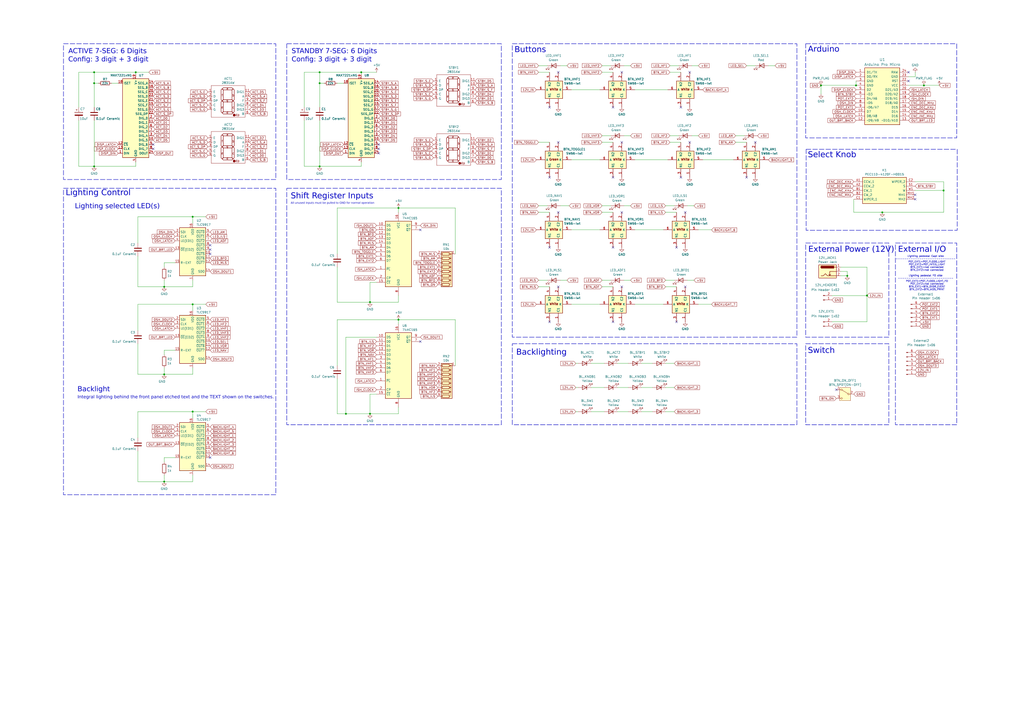
<source format=kicad_sch>
(kicad_sch (version 20231120) (generator "eeschema") (generator_version "8.0")
  (paper "A2")
  (title_block (title "A320 Radio Panel") (date "2024-12-08") (rev "V 1.5") (company "S.K.") (comment 1 "Connector to FLT CTL CAPT & FLT CTL FO available"))
  (junction (at 231.14 120.65))
  (junction (at 95.25 279.4))
  (junction (at 511.81 123.19))
  (junction (at 54.61 41.91))
  (junction (at 78.74 41.91))
  (junction (at 231.14 185.42))
  (junction (at 491.49 160.02))
  (junction (at 209.55 41.91))
  (junction (at 111.76 125.73))
  (junction (at 496.57 49.53))
  (junction (at 185.42 96.52))
  (junction (at 95.25 166.37))
  (junction (at 547.37 110.49))
  (junction (at 185.42 48.26))
  (junction (at 185.42 41.91))
  (junction (at 502.92 171.45))
  (junction (at 214.63 175.26))
  (junction (at 95.25 217.17))
  (junction (at 476.25 49.53))
  (junction (at 535.94 49.53))
  (junction (at 54.61 48.26))
  (junction (at 111.76 238.76))
  (junction (at 214.63 240.03))
  (junction (at 111.76 176.53))
  (junction (at 54.61 96.52))
  (junction (at 200.66 240.03))
  (no_connect (at 392.43 143.51))
  (no_connect (at 397.51 123.19))
  (no_connect (at 527.05 46.99))
  (no_connect (at 318.77 102.87))
  (no_connect (at 318.77 62.23))
  (no_connect (at 530.86 115.57))
  (no_connect (at 219.71 83.82))
  (no_connect (at 355.6 143.51))
  (no_connect (at 355.6 102.87))
  (no_connect (at 121.92 144.78))
  (no_connect (at 360.68 166.37))
  (no_connect (at 400.05 82.55))
  (no_connect (at 394.97 62.23))
  (no_connect (at 323.85 123.19))
  (no_connect (at 243.84 133.35))
  (no_connect (at 360.68 82.55))
  (no_connect (at 88.9 86.36))
  (no_connect (at 355.6 186.69))
  (no_connect (at 121.92 147.32))
  (no_connect (at 400.05 41.91))
  (no_connect (at 530.86 113.03))
  (no_connect (at 88.9 83.82))
  (no_connect (at 394.97 102.87))
  (no_connect (at 219.71 86.36))
  (no_connect (at 485.14 226.06))
  (no_connect (at 243.84 198.12))
  (no_connect (at 360.68 41.91))
  (no_connect (at 355.6 62.23))
  (no_connect (at 323.85 82.55))
  (no_connect (at 323.85 41.91))
  (no_connect (at 318.77 186.69))
  (no_connect (at 438.15 82.55))
  (no_connect (at 392.43 186.69))
  (no_connect (at 121.92 265.43))
  (no_connect (at 323.85 166.37))
  (no_connect (at 397.51 166.37))
  (no_connect (at 433.07 102.87))
  (no_connect (at 318.77 143.51))
  (no_connect (at 360.68 123.19))
  (no_connect (at 527.05 41.91))
  (no_connect (at 121.92 142.24))
  (no_connect (at 219.71 88.9))
  (wire (pts (xy 426.72 82.55) (xy 433.07 82.55)))
  (wire (pts (xy 330.2 119.38) (xy 325.12 119.38)))
  (wire (pts (xy 487.68 157.48) (xy 491.49 157.48)))
  (wire (pts (xy 209.55 96.52) (xy 185.42 96.52)))
  (wire (pts (xy 45.72 69.85) (xy 45.72 96.52)))
  (wire (pts (xy 111.76 176.53) (xy 111.76 180.34)))
  (wire (pts (xy 476.25 54.61) (xy 476.25 49.53)))
  (wire (pts (xy 502.92 186.69) (xy 502.92 171.45)))
  (wire (pts (xy 101.6 203.2) (xy 95.25 203.2)))
  (wire (pts (xy 547.37 105.41) (xy 547.37 110.49)))
  (wire (pts (xy 54.61 69.85) (xy 54.61 96.52)))
  (wire (pts (xy 349.25 166.37) (xy 355.6 166.37)))
  (wire (pts (xy 335.28 224.79) (xy 334.01 224.79)))
  (wire (pts (xy 372.11 224.79) (xy 378.46 224.79)))
  (wire (pts (xy 231.14 120.65) (xy 231.14 123.19)))
  (wire (pts (xy 218.44 195.58) (xy 200.66 195.58)))
  (wire (pts (xy 312.42 123.19) (xy 318.77 123.19)))
  (wire (pts (xy 358.14 210.82) (xy 364.49 210.82)))
  (wire (pts (xy 264.16 147.32) (xy 264.16 120.65)))
  (wire (pts (xy 187.96 48.26) (xy 185.42 48.26)))
  (wire (pts (xy 372.11 238.76) (xy 378.46 238.76)))
  (wire (pts (xy 386.08 210.82) (xy 391.16 210.82)))
  (wire (pts (xy 214.63 175.26) (xy 231.14 175.26)))
  (wire (pts (xy 80.01 238.76) (xy 80.01 254)))
  (wire (pts (xy 231.14 185.42) (xy 231.14 187.96)))
  (wire (pts (xy 111.76 238.76) (xy 111.76 242.57)))
  (wire (pts (xy 111.76 166.37) (xy 111.76 162.56)))
  (wire (pts (xy 111.76 125.73) (xy 111.76 129.54)))
  (wire (pts (xy 317.5 119.38) (xy 312.42 119.38)))
  (wire (pts (xy 402.59 162.56) (xy 398.78 162.56)))
  (wire (pts (xy 176.53 41.91) (xy 185.42 41.91)))
  (wire (pts (xy 195.58 175.26) (xy 214.63 175.26)))
  (wire (pts (xy 328.93 38.1) (xy 325.12 38.1)))
  (wire (pts (xy 209.55 93.98) (xy 209.55 96.52)))
  (wire (pts (xy 342.9 224.79) (xy 350.52 224.79)))
  (wire (pts (xy 80.01 166.37) (xy 95.25 166.37)))
  (wire (pts (xy 368.3 133.35) (xy 384.81 133.35)))
  (wire (pts (xy 195.58 240.03) (xy 200.66 240.03)))
  (wire (pts (xy 78.74 41.91) (xy 78.74 43.18)))
  (wire (pts (xy 391.16 162.56) (xy 386.08 162.56)))
  (wire (pts (xy 354.33 119.38) (xy 349.25 119.38)))
  (wire (pts (xy 368.3 52.07) (xy 387.35 52.07)))
  (wire (pts (xy 78.74 96.52) (xy 54.61 96.52)))
  (wire (pts (xy 431.8 78.74) (xy 426.72 78.74)))
  (wire (pts (xy 331.47 92.71) (xy 347.98 92.71)))
  (wire (pts (xy 214.63 163.83) (xy 214.63 175.26)))
  (wire (pts (xy 476.25 49.53) (xy 496.57 49.53)))
  (wire (pts (xy 80.01 238.76) (xy 111.76 238.76)))
  (wire (pts (xy 491.49 157.48) (xy 491.49 160.02)))
  (wire (pts (xy 195.58 219.71) (xy 195.58 240.03)))
  (wire (pts (xy 482.6 171.45) (xy 502.92 171.45)))
  (wire (pts (xy 95.25 213.36) (xy 95.25 217.17)))
  (wire (pts (xy 496.57 46.99) (xy 496.57 49.53)))
  (wire (pts (xy 214.63 240.03) (xy 231.14 240.03)))
  (wire (pts (xy 54.61 41.91) (xy 78.74 41.91)))
  (wire (pts (xy 386.08 123.19) (xy 392.43 123.19)))
  (wire (pts (xy 354.33 78.74) (xy 349.25 78.74)))
  (wire (pts (xy 95.25 162.56) (xy 95.25 166.37)))
  (wire (pts (xy 482.6 186.69) (xy 502.92 186.69)))
  (wire (pts (xy 438.15 38.1) (xy 433.07 38.1)))
  (wire (pts (xy 405.13 176.53) (xy 412.75 176.53)))
  (wire (pts (xy 214.63 163.83) (xy 218.44 163.83)))
  (wire (pts (xy 368.3 92.71) (xy 387.35 92.71)))
  (wire (pts (xy 54.61 96.52) (xy 45.72 96.52)))
  (wire (pts (xy 365.76 119.38) (xy 361.95 119.38)))
  (wire (pts (xy 111.76 125.73) (xy 119.38 125.73)))
  (wire (pts (xy 530.86 105.41) (xy 547.37 105.41)))
  (wire (pts (xy 200.66 195.58) (xy 200.66 240.03)))
  (wire (pts (xy 405.13 78.74) (xy 401.32 78.74)))
  (wire (pts (xy 86.36 41.91) (xy 78.74 41.91)))
  (wire (pts (xy 78.74 93.98) (xy 78.74 96.52)))
  (wire (pts (xy 349.25 123.19) (xy 355.6 123.19)))
  (wire (pts (xy 342.9 210.82) (xy 350.52 210.82)))
  (wire (pts (xy 95.25 166.37) (xy 111.76 166.37)))
  (wire (pts (xy 95.25 152.4) (xy 95.25 154.94)))
  (wire (pts (xy 328.93 162.56) (xy 325.12 162.56)))
  (wire (pts (xy 388.62 82.55) (xy 394.97 82.55)))
  (wire (pts (xy 495.3 123.19) (xy 511.81 123.19)))
  (wire (pts (xy 487.68 154.94) (xy 502.92 154.94)))
  (wire (pts (xy 185.42 48.26) (xy 185.42 41.91)))
  (wire (pts (xy 527.05 49.53) (xy 535.94 49.53)))
  (wire (pts (xy 393.7 38.1) (xy 388.62 38.1)))
  (wire (pts (xy 64.77 48.26) (xy 68.58 48.26)))
  (wire (pts (xy 365.76 38.1) (xy 361.95 38.1)))
  (wire (pts (xy 54.61 48.26) (xy 54.61 41.91)))
  (wire (pts (xy 358.14 238.76) (xy 364.49 238.76)))
  (wire (pts (xy 231.14 240.03) (xy 231.14 236.22)))
  (wire (pts (xy 95.25 279.4) (xy 111.76 279.4)))
  (wire (pts (xy 317.5 162.56) (xy 312.42 162.56)))
  (wire (pts (xy 209.55 41.91) (xy 218.44 41.91)))
  (wire (pts (xy 354.33 38.1) (xy 349.25 38.1)))
  (wire (pts (xy 365.76 162.56) (xy 361.95 162.56)))
  (wire (pts (xy 214.63 228.6) (xy 218.44 228.6)))
  (wire (pts (xy 185.42 48.26) (xy 185.42 62.23)))
  (wire (pts (xy 80.01 199.39) (xy 80.01 217.17)))
  (wire (pts (xy 487.68 160.02) (xy 491.49 160.02)))
  (wire (pts (xy 386.08 224.79) (xy 391.16 224.79)))
  (wire (pts (xy 312.42 166.37) (xy 318.77 166.37)))
  (wire (pts (xy 195.58 120.65) (xy 231.14 120.65)))
  (wire (pts (xy 547.37 110.49) (xy 547.37 123.19)))
  (wire (pts (xy 393.7 78.74) (xy 388.62 78.74)))
  (wire (pts (xy 547.37 123.19) (xy 511.81 123.19)))
  (wire (pts (xy 407.67 92.71) (xy 425.45 92.71)))
  (wire (pts (xy 527.05 44.45) (xy 530.86 44.45)))
  (wire (pts (xy 349.25 41.91) (xy 355.6 41.91)))
  (wire (pts (xy 101.6 152.4) (xy 95.25 152.4)))
  (wire (pts (xy 502.92 154.94) (xy 502.92 171.45)))
  (wire (pts (xy 195.58 185.42) (xy 195.58 212.09)))
  (wire (pts (xy 195.58 154.94) (xy 195.58 175.26)))
  (wire (pts (xy 209.55 41.91) (xy 209.55 43.18)))
  (wire (pts (xy 195.58 48.26) (xy 199.39 48.26)))
  (wire (pts (xy 80.01 261.62) (xy 80.01 279.4)))
  (wire (pts (xy 530.86 44.45) (xy 530.86 41.91)))
  (wire (pts (xy 342.9 238.76) (xy 350.52 238.76)))
  (wire (pts (xy 388.62 41.91) (xy 394.97 41.91)))
  (wire (pts (xy 449.58 38.1) (xy 445.77 38.1)))
  (wire (pts (xy 334.01 210.82) (xy 335.28 210.82)))
  (wire (pts (xy 111.76 238.76) (xy 119.38 238.76)))
  (wire (pts (xy 354.33 162.56) (xy 349.25 162.56)))
  (wire (pts (xy 57.15 48.26) (xy 54.61 48.26)))
  (wire (pts (xy 365.76 78.74) (xy 361.95 78.74)))
  (wire (pts (xy 530.86 110.49) (xy 547.37 110.49)))
  (wire (pts (xy 185.42 41.91) (xy 209.55 41.91)))
  (wire (pts (xy 195.58 120.65) (xy 195.58 147.32)))
  (wire (pts (xy 80.01 176.53) (xy 80.01 191.77)))
  (wire (pts (xy 80.01 125.73) (xy 80.01 140.97)))
  (wire (pts (xy 231.14 120.65) (xy 264.16 120.65)))
  (wire (pts (xy 386.08 238.76) (xy 391.16 238.76)))
  (wire (pts (xy 111.76 176.53) (xy 119.38 176.53)))
  (wire (pts (xy 349.25 82.55) (xy 355.6 82.55)))
  (wire (pts (xy 331.47 133.35) (xy 347.98 133.35)))
  (wire (pts (xy 372.11 210.82) (xy 378.46 210.82)))
  (wire (pts (xy 80.01 125.73) (xy 111.76 125.73)))
  (wire (pts (xy 312.42 82.55) (xy 318.77 82.55)))
  (wire (pts (xy 111.76 279.4) (xy 111.76 275.59)))
  (wire (pts (xy 405.13 133.35) (xy 412.75 133.35)))
  (wire (pts (xy 95.25 203.2) (xy 95.25 205.74)))
  (wire (pts (xy 331.47 52.07) (xy 347.98 52.07)))
  (wire (pts (xy 101.6 265.43) (xy 95.25 265.43)))
  (wire (pts (xy 185.42 96.52) (xy 176.53 96.52)))
  (wire (pts (xy 386.08 166.37) (xy 392.43 166.37)))
  (wire (pts (xy 214.63 228.6) (xy 214.63 240.03)))
  (wire (pts (xy 54.61 48.26) (xy 54.61 62.23)))
  (wire (pts (xy 368.3 176.53) (xy 384.81 176.53)))
  (wire (pts (xy 80.01 148.59) (xy 80.01 166.37)))
  (wire (pts (xy 176.53 69.85) (xy 176.53 96.52)))
  (wire (pts (xy 231.14 175.26) (xy 231.14 171.45)))
  (wire (pts (xy 264.16 212.09) (xy 264.16 185.42)))
  (wire (pts (xy 111.76 217.17) (xy 111.76 213.36)))
  (wire (pts (xy 80.01 176.53) (xy 111.76 176.53)))
  (wire (pts (xy 195.58 185.42) (xy 231.14 185.42)))
  (wire (pts (xy 95.25 275.59) (xy 95.25 279.4)))
  (wire (pts (xy 358.14 224.79) (xy 364.49 224.79)))
  (wire (pts (xy 231.14 185.42) (xy 264.16 185.42)))
  (wire (pts (xy 45.72 62.23) (xy 45.72 41.91)))
  (wire (pts (xy 391.16 119.38) (xy 386.08 119.38)))
  (wire (pts (xy 495.3 115.57) (xy 495.3 123.19)))
  (wire (pts (xy 45.72 41.91) (xy 54.61 41.91)))
  (wire (pts (xy 80.01 279.4) (xy 95.25 279.4)))
  (wire (pts (xy 331.47 176.53) (xy 347.98 176.53)))
  (wire (pts (xy 95.25 265.43) (xy 95.25 267.97)))
  (wire (pts (xy 80.01 217.17) (xy 95.25 217.17)))
  (wire (pts (xy 402.59 119.38) (xy 398.78 119.38)))
  (wire (pts (xy 176.53 62.23) (xy 176.53 41.91)))
  (wire (pts (xy 312.42 41.91) (xy 318.77 41.91)))
  (wire (pts (xy 335.28 238.76) (xy 334.01 238.76)))
  (wire (pts (xy 95.25 217.17) (xy 111.76 217.17)))
  (wire (pts (xy 200.66 240.03) (xy 214.63 240.03)))
  (wire (pts (xy 317.5 38.1) (xy 312.42 38.1)))
  (wire (pts (xy 185.42 69.85) (xy 185.42 96.52)))
  (wire (pts (xy 405.13 38.1) (xy 401.32 38.1)))
  (wire (pts (xy 535.94 49.53) (xy 544.83 49.53)))
  (rectangle (start 519.43 140.97) (end 554.99 246.38) (stroke (width 0.254) (type dash)))
  (rectangle (start 467.614 86.614) (end 555.244 133.604) (stroke (width 0.254) (type dash)))
  (rectangle (start 467.36 199.39) (end 515.62 246.38) (stroke (width 0.254) (type dash)))
  (rectangle (start 467.36 25.4) (end 554.99 80.01) (stroke (width 0.254) (type dash)))
  (rectangle (start 166.37 25.4) (end 290.83 104.14) (stroke (width 0.254) (type dash)))
  (rectangle (start 36.83 109.22) (end 160.02 287.02) (stroke (width 0.254) (type dash)))
  (rectangle (start 36.83 25.4) (end 160.02 104.14) (stroke (width 0.254) (type dash)))
  (rectangle (start 297.18 25.4) (end 462.28 195.58) (stroke (width 0.254) (type dash)))
  (rectangle (start 467.36 140.97) (end 515.62 195.58) (stroke (width 0.254) (type dash)))
  (rectangle (start 297.1799 199.39) (end 462.28 246.38) (stroke (width 0.254) (type dash)))
  (rectangle (start 166.37 109.22) (end 290.83 246.38) (stroke (width 0.254) (type dash)))
  (text "White" (at 358.14 176.53 0) (effects (font (size 1.27 1.27) (thickness 0.254) (bold yes))))
  (text "STANDBY 7-SEG: 6 Digits\nConfig: 3 digit + 3 digit" (at 169.164 28.956 0) (effects (font (size 2.8448 2.8448)) (justify left top)))
  (text "White" (at 358.14 133.35 0) (effects (font (size 1.27 1.27) (thickness 0.254) (bold yes))))
  (text "Lighting selected LED(s)" (at 43.434 118.872 0) (effects (font (size 2.8956 2.8956)) (justify left top)))
  (text "Backlight" (at 44.958 225.044 0) (effects (font (size 2.8956 2.8956)) (justify left top)))
  (text "White" (at 321.31 52.07 0) (effects (font (size 1.27 1.27) (thickness 0.254) (bold yes))))
  (text "Buttons" (at 298.45 27.94 0) (effects (font (size 3.3782 3.3782)) (justify left top)))
  (text "Shift Register Inputs" (at 168.656 112.776 0) (effects (font (size 3.3782 3.3782)) (justify left top)))
  (text "White" (at 321.31 133.35 0) (effects (font (size 1.27 1.27) (thickness 0.254) (bold yes))))
  (text "Lighting Control" (at 38.1 110.9218 0) (effects (font (size 3.3782 3.3782)) (justify left top)))
  (text "White" (at 435.61 92.71 0) (effects (font (size 1.27 1.27) (thickness 0.254) (bold yes))))
  (text "External I/O" (at 520.954 143.764 0) (effects (font (size 3.3782 3.3782)) (justify left top)))
  (text "Green" (at 321.31 92.71 0) (effects (font (size 1.27 1.27) (thickness 0.254) (bold yes))))
  (text "White" (at 358.14 52.07 0) (effects (font (size 1.27 1.27) (thickness 0.254) (bold yes))))
  (text "White" (at 394.97 176.53 0) (effects (font (size 1.27 1.27) (thickness 0.254) (bold yes))))
  (text "White" (at 397.51 52.07 0) (effects (font (size 1.27 1.27) (thickness 0.254) (bold yes))))
  (text "Integral lighting behind the front panel etched text and the TEXT shown on the switches." (at 44.958 229.9208 0) (effects (font (size 1.8288 1.8288)) (justify left top)))
  (text "Lighting pedestal Capt side\n----------------------------\n  POT_EXT1=POT_FLODD_LIGHT\n  POT_EXT2=POT_INTEG_LIGHT\n  BTN_EXT1=not connected\n  BTN_EXT2=not connected\n\nLighting pedestal FO side\n--------------------------\n  POT_EXT1=POT_FLOOD_LIGHT_FO\n  POT_EXT2=not connected\n  BTN_EXT1=BTN_DVDR_EVENT\n  BTN_EXT2=BTN_AIDS_PRINT\n\n\n" (at 536.956 160.02 0) (effects (font (size 1 1))))
  (text "Arduino" (at 468.63 27.686 0) (effects (font (size 3.3782 3.3782)) (justify left top)))
  (text "White" (at 321.31 176.53 0) (effects (font (size 1.27 1.27) (thickness 0.254) (bold yes))))
  (text "White" (at 394.97 133.35 0) (effects (font (size 1.27 1.27) (thickness 0.254) (bold yes))))
  (text "All unused inputs must be pulled to GND for normal operation" (at 168.656 117.5766 0) (effects (font (size 1.1176 1.1176)) (justify left top)))
  (text "White" (at 358.14 92.71 0) (effects (font (size 1.27 1.27) (thickness 0.254) (bold yes))))
  (text "Switch" (at 468.63 202.438 0) (effects (font (size 3.3782 3.3782)) (justify left top)))
  (text "Select Knob" (at 468.63 88.9 0) (effects (font (size 3.3782 3.3782)) (justify left top)))
  (text "ACTIVE 7-SEG: 6 Digits\nConfig: 3 digit + 3 digit" (at 39.624 28.956 0) (effects (font (size 2.8448 2.8448)) (justify left top)))
  (text "External Power (12V)" (at 468.884 143.764 0) (effects (font (size 3.3782 3.3782)) (justify left top)))
  (text "Backlighting" (at 299.466 203.454 0) (effects (font (size 3.3782 3.3782)) (justify left top)))
  (text "White" (at 397.51 92.71 0) (effects (font (size 1.27 1.27) (thickness 0.254) (bold yes))))
  (global_label "GND" (shape input) (at 476.25 49.53 180) (property "Intersheetrefs" "${INTERSHEET_REFS}" (effects (hide yes))))
  (global_label "STBY_S_G" (shape input) (at 251.46 57.15 180) (property "Intersheetrefs" "${INTERSHEET_REFS}" (effects (hide yes))))
  (global_label "STBY_D3" (shape input) (at 275.59 57.15 0) (property "Intersheetrefs" "${INTERSHEET_REFS}" (effects (hide yes))))
  (global_label "OUT_BRT_BACK" (shape input) (at 101.6 257.81 180) (property "Intersheetrefs" "${INTERSHEET_REFS}" (effects (hide yes))))
  (global_label "STBY_S_B" (shape input) (at 275.59 93.98 0) (property "Intersheetrefs" "${INTERSHEET_REFS}" (effects (hide yes))))
  (global_label "GND" (shape input) (at 533.4 189.23 0) (property "Intersheetrefs" "${INTERSHEET_REFS}" (effects (hide yes))))
  (global_label "LED_AM" (shape input) (at 426.72 78.74 180) (property "Intersheetrefs" "${INTERSHEET_REFS}" (effects (hide yes))))
  (global_label "BTN_MLS" (shape input) (at 218.44 140.97 180) (property "Intersheetrefs" "${INTERSHEET_REFS}" (effects (hide yes))))
  (global_label "GND" (shape input) (at 530.86 217.17 0) (property "Intersheetrefs" "${INTERSHEET_REFS}" (effects (hide yes))))
  (global_label "LED_SEL" (shape input) (at 121.92 198.12 0) (property "Intersheetrefs" "${INTERSHEET_REFS}" (effects (hide yes))))
  (global_label "LED_VHF3" (shape input) (at 121.92 193.04 0) (property "Intersheetrefs" "${INTERSHEET_REFS}" (effects (hide yes))))
  (global_label "ACT_S_E" (shape input) (at 88.9 58.42 0) (property "Intersheetrefs" "${INTERSHEET_REFS}" (effects (hide yes))))
  (global_label "STBY_S_D" (shape input) (at 219.71 55.88 0) (property "Intersheetrefs" "${INTERSHEET_REFS}" (effects (hide yes))))
  (global_label "OSH_LATCH" (shape input) (at 101.6 252.73 180) (property "Intersheetrefs" "${INTERSHEET_REFS}" (effects (hide yes))))
  (global_label "ACT_S_F" (shape input) (at 144.78 58.42 0) (property "Intersheetrefs" "${INTERSHEET_REFS}" (effects (hide yes))))
  (global_label "OSH_LATCH" (shape input) (at 101.6 190.5 180) (property "Intersheetrefs" "${INTERSHEET_REFS}" (effects (hide yes))))
  (global_label "ACT_D4" (shape input) (at 144.78 60.96 0) (property "Intersheetrefs" "${INTERSHEET_REFS}" (effects (hide yes))))
  (global_label "OSH_CLOCK" (shape input) (at 496.57 64.77 180) (property "Intersheetrefs" "${INTERSHEET_REFS}" (effects (hide yes))))
  (global_label "LED_VHF1" (shape input) (at 312.42 38.1 180) (property "Intersheetrefs" "${INTERSHEET_REFS}" (effects (hide yes))))
  (global_label "ACT_S_A" (shape input) (at 88.9 48.26 0) (property "Intersheetrefs" "${INTERSHEET_REFS}" (effects (hide yes))))
  (global_label "+5V" (shape input) (at 402.59 162.56 0) (property "Intersheetrefs" "${INTERSHEET_REFS}" (effects (hide yes))))
  (global_label "STBY_S_DP" (shape input) (at 251.46 52.07 180) (property "Intersheetrefs" "${INTERSHEET_REFS}" (effects (hide yes))))
  (global_label "STBY_S_C" (shape input) (at 251.46 88.9 180) (property "Intersheetrefs" "${INTERSHEET_REFS}" (effects (hide yes))))
  (global_label "BACKLIGHT_2" (shape input) (at 391.16 224.79 0) (property "Intersheetrefs" "${INTERSHEET_REFS}" (effects (hide yes))))
  (global_label "BTN_ILS" (shape input) (at 386.08 123.19 180) (property "Intersheetrefs" "${INTERSHEET_REFS}" (effects (hide yes))))
  (global_label "POT_EXT1" (shape input) (at 496.57 62.23 180) (property "Intersheetrefs" "${INTERSHEET_REFS}" (effects (hide yes))))
  (global_label "BTN_HF2" (shape input) (at 218.44 200.66 180) (property "Intersheetrefs" "${INTERSHEET_REFS}" (effects (hide yes))))
  (global_label "BTN_TOGGLE" (shape input) (at 218.44 146.05 180) (property "Intersheetrefs" "${INTERSHEET_REFS}" (effects (hide yes))))
  (global_label "ACT_S_C" (shape input) (at 88.9 53.34 0) (property "Intersheetrefs" "${INTERSHEET_REFS}" (effects (hide yes))))
  (global_label "STBY_S_DP" (shape input) (at 251.46 86.36 180) (property "Intersheetrefs" "${INTERSHEET_REFS}" (effects (hide yes))))
  (global_label "ISH_DIN" (shape input) (at 243.84 130.81 0) (property "Intersheetrefs" "${INTERSHEET_REFS}" (effects (hide yes))))
  (global_label "ACT_S_DP" (shape input) (at 88.9 66.04 0) (property "Intersheetrefs" "${INTERSHEET_REFS}" (effects (hide yes))))
  (global_label "OSH_DOUT2" (shape input) (at 121.92 270.51 0) (property "Intersheetrefs" "${INTERSHEET_REFS}" (effects (hide yes))))
  (global_label "ACT_S_C" (shape input) (at 120.65 60.96 180) (property "Intersheetrefs" "${INTERSHEET_REFS}" (effects (hide yes))))
  (global_label "+5V" (shape input) (at 405.13 78.74 0) (property "Intersheetrefs" "${INTERSHEET_REFS}" (effects (hide yes))))
  (global_label "STBY_S_C" (shape input) (at 219.71 53.34 0) (property "Intersheetrefs" "${INTERSHEET_REFS}" (effects (hide yes))))
  (global_label "OSH_LATCH" (shape input) (at 530.86 207.01 0) (property "Intersheetrefs" "${INTERSHEET_REFS}" (effects (hide yes))))
  (global_label "STBY_D3" (shape input) (at 219.71 76.2 0) (property "Intersheetrefs" "${INTERSHEET_REFS}" (effects (hide yes))))
  (global_label "POT_EXT2" (shape input) (at 496.57 57.15 180) (property "Intersheetrefs" "${INTERSHEET_REFS}" (effects (hide yes))))
  (global_label "ACT_D0" (shape input) (at 88.9 68.58 0) (property "Intersheetrefs" "${INTERSHEET_REFS}" (effects (hide yes))))
  (global_label "BTN_BFO" (shape input) (at 386.08 166.37 180) (property "Intersheetrefs" "${INTERSHEET_REFS}" (effects (hide yes))))
  (global_label "OSH_CLOCK" (shape input) (at 530.86 204.47 0) (property "Intersheetrefs" "${INTERSHEET_REFS}" (effects (hide yes))))
  (global_label "BACKLIGHT_3" (shape input) (at 121.92 257.81 0) (property "Intersheetrefs" "${INTERSHEET_REFS}" (effects (hide yes))))
  (global_label "BTN_TOGGLE" (shape input) (at 312.42 82.55 180) (property "Intersheetrefs" "${INTERSHEET_REFS}" (effects (hide yes))))
  (global_label "ACT_S_C" (shape input) (at 120.65 87.63 180) (property "Intersheetrefs" "${INTERSHEET_REFS}" (effects (hide yes))))
  (global_label "DISP_LATCH" (shape input) (at 199.39 83.82 180) (property "Intersheetrefs" "${INTERSHEET_REFS}" (effects (hide yes))))
  (global_label "ACT_S_G" (shape input) (at 120.65 63.5 180) (property "Intersheetrefs" "${INTERSHEET_REFS}" (effects (hide yes))))
  (global_label "OSH_DOUT1" (shape input) (at 121.92 157.48 0) (property "Intersheetrefs" "${INTERSHEET_REFS}" (effects (hide yes))))
  (global_label "STBY_D4" (shape input) (at 219.71 78.74 0) (property "Intersheetrefs" "${INTERSHEET_REFS}" (effects (hide yes))))
  (global_label "LED_BFO" (shape input) (at 386.08 162.56 180) (property "Intersheetrefs" "${INTERSHEET_REFS}" (effects (hide yes))))
  (global_label "STBY_D1" (shape input) (at 275.59 88.9 0) (property "Intersheetrefs" "${INTERSHEET_REFS}" (effects (hide yes))))
  (global_label "12V_IN" (shape input) (at 334.01 210.82 180) (property "Intersheetrefs" "${INTERSHEET_REFS}" (effects (hide yes))))
  (global_label "BTN_EXT2" (shape input) (at 254 157.48 180) (property "Intersheetrefs" "${INTERSHEET_REFS}" (effects (hide yes))))
  (global_label "LED_HF1" (shape input) (at 388.62 38.1 180) (property "Intersheetrefs" "${INTERSHEET_REFS}" (effects (hide yes))))
  (global_label "OUT_BRT_BACK" (shape input) (at 496.57 69.85 180) (property "Intersheetrefs" "${INTERSHEET_REFS}" (effects (hide yes))))
  (global_label "BTN_ILS" (shape input) (at 218.44 198.12 180) (property "Intersheetrefs" "${INTERSHEET_REFS}" (effects (hide yes))))
  (global_label "12V_IN" (shape input) (at 311.15 176.53 180) (property "Intersheetrefs" "${INTERSHEET_REFS}" (effects (hide yes))))
  (global_label "BTN_AM" (shape input) (at 426.72 82.55 180) (property "Intersheetrefs" "${INTERSHEET_REFS}" (effects (hide yes))))
  (global_label "STBY_S_D" (shape input) (at 251.46 49.53 180) (property "Intersheetrefs" "${INTERSHEET_REFS}" (effects (hide yes))))
  (global_label "ACT_S_D" (shape input) (at 120.65 82.55 180) (property "Intersheetrefs" "${INTERSHEET_REFS}" (effects (hide yes))))
  (global_label "STBY_D1" (shape input) (at 219.71 71.12 0) (property "Intersheetrefs" "${INTERSHEET_REFS}" (effects (hide yes))))
  (global_label "+5V" (shape input) (at 402.59 119.38 0) (property "Intersheetrefs" "${INTERSHEET_REFS}" (effects (hide yes))))
  (global_label "BTN_NAV" (shape input) (at 218.44 205.74 180) (property "Intersheetrefs" "${INTERSHEET_REFS}" (effects (hide yes))))
  (global_label "STBY_S_A" (shape input) (at 275.59 83.82 0) (property "Intersheetrefs" "${INTERSHEET_REFS}" (effects (hide yes))))
  (global_label "STBY_D2" (shape input) (at 275.59 81.28 0) (property "Intersheetrefs" "${INTERSHEET_REFS}" (effects (hide yes))))
  (global_label "OSH_CLOCK" (shape input) (at 101.6 187.96 180) (property "Intersheetrefs" "${INTERSHEET_REFS}" (effects (hide yes))))
  (global_label "OSH_CLOCK" (shape input) (at 101.6 250.19 180) (property "Intersheetrefs" "${INTERSHEET_REFS}" (effects (hide yes))))
  (global_label "ACT_D4" (shape input) (at 88.9 78.74 0) (property "Intersheetrefs" "${INTERSHEET_REFS}" (effects (hide yes))))
  (global_label "STBY_S_G" (shape input) (at 251.46 91.44 180) (property "Intersheetrefs" "${INTERSHEET_REFS}" (effects (hide yes))))
  (global_label "ACT_S_F" (shape input) (at 88.9 60.96 0) (property "Intersheetrefs" "${INTERSHEET_REFS}" (effects (hide yes))))
  (global_label "ACT_D1" (shape input) (at 144.78 87.63 0) (property "Intersheetrefs" "${INTERSHEET_REFS}" (effects (hide yes))))
  (global_label "STBY_S_A" (shape input) (at 275.59 49.53 0) (property "Intersheetrefs" "${INTERSHEET_REFS}" (effects (hide yes))))
  (global_label "BTN_VHF2" (shape input) (at 218.44 213.36 180) (property "Intersheetrefs" "${INTERSHEET_REFS}" (effects (hide yes))))
  (global_label "ENC_DEC_KHz" (shape input) (at 527.05 62.23 0) (property "Intersheetrefs" "${INTERSHEET_REFS}" (effects (hide yes))))
  (global_label "STBY_D4" (shape input) (at 275.59 54.61 0) (property "Intersheetrefs" "${INTERSHEET_REFS}" (effects (hide yes))))
  (global_label "+5V" (shape input) (at 119.38 176.53 0) (property "Intersheetrefs" "${INTERSHEET_REFS}" (effects (hide yes))))
  (global_label "GND" (shape input) (at 482.6 173.99 0) (property "Intersheetrefs" "${INTERSHEET_REFS}" (effects (hide yes))))
  (global_label "LED_HF2" (shape input) (at 388.62 78.74 180) (property "Intersheetrefs" "${INTERSHEET_REFS}" (effects (hide yes))))
  (global_label "DISP_CLOCK" (shape input) (at 496.57 52.07 180) (property "Intersheetrefs" "${INTERSHEET_REFS}" (effects (hide yes))))
  (global_label "BACKLIGHT_2" (shape input) (at 121.92 255.27 0) (property "Intersheetrefs" "${INTERSHEET_REFS}" (effects (hide yes))))
  (global_label "STBY_D5" (shape input) (at 275.59 46.99 0) (property "Intersheetrefs" "${INTERSHEET_REFS}" (effects (hide yes))))
  (global_label "OSH_DOUT1" (shape input) (at 101.6 247.65 180) (property "Intersheetrefs" "${INTERSHEET_REFS}" (effects (hide yes))))
  (global_label "+5V" (shape input) (at 449.58 38.1 0) (property "Intersheetrefs" "${INTERSHEET_REFS}" (effects (hide yes))))
  (global_label "12V_IN" (shape input) (at 530.86 214.63 0) (property "Intersheetrefs" "${INTERSHEET_REFS}" (effects (hide yes))))
  (global_label "+5V" (shape input) (at 330.2 119.38 0) (property "Intersheetrefs" "${INTERSHEET_REFS}" (effects (hide yes))))
  (global_label "LED_HF2" (shape input) (at 121.92 187.96 0) (property "Intersheetrefs" "${INTERSHEET_REFS}" (effects (hide yes))))
  (global_label "BTN_VHF1" (shape input) (at 254 217.17 180) (property "Intersheetrefs" "${INTERSHEET_REFS}" (effects (hide yes))))
  (global_label "12V_IN" (shape input) (at 311.15 133.35 180) (property "Intersheetrefs" "${INTERSHEET_REFS}" (effects (hide yes))))
  (global_label "BTN_NAV" (shape input) (at 254 212.09 180) (property "Intersheetrefs" "${INTERSHEET_REFS}" (effects (hide yes))))
  (global_label "ACT_S_E" (shape input) (at 120.65 53.34 180) (property "Intersheetrefs" "${INTERSHEET_REFS}" (effects (hide yes))))
  (global_label "ACT_S_D" (shape input) (at 120.65 55.88 180) (property "Intersheetrefs" "${INTERSHEET_REFS}" (effects (hide yes))))
  (global_label "+5V" (shape input) (at 365.76 119.38 0) (property "Intersheetrefs" "${INTERSHEET_REFS}" (effects (hide yes))))
  (global_label "OUT_BRT_BACK" (shape input) (at 530.86 209.55 0) (property "Intersheetrefs" "${INTERSHEET_REFS}" (effects (hide yes))))
  (global_label "ISH_LATCH" (shape input) (at 527.05 52.07 0) (property "Intersheetrefs" "${INTERSHEET_REFS}" (effects (hide yes))))
  (global_label "LED_VHF1" (shape input) (at 121.92 190.5 0) (property "Intersheetrefs" "${INTERSHEET_REFS}" (effects (hide yes))))
  (global_label "DISP_CLOCK" (shape input) (at 199.39 86.36 180) (property "Intersheetrefs" "${INTERSHEET_REFS}" (effects (hide yes))))
  (global_label "LED_AM" (shape input) (at 121.92 134.62 0) (property "Intersheetrefs" "${INTERSHEET_REFS}" (effects (hide yes))))
  (global_label "STBY_S_B" (shape input) (at 219.71 50.8 0) (property "Intersheetrefs" "${INTERSHEET_REFS}" (effects (hide yes))))
  (global_label "+5V" (shape input) (at 119.38 125.73 0) (property "Intersheetrefs" "${INTERSHEET_REFS}" (effects (hide yes))))
  (global_label "BACKLIGHT_6" (shape input) (at 412.75 133.35 0) (property "Intersheetrefs" "${INTERSHEET_REFS}" (effects (hide yes))))
  (global_label "OSH_DOUT3" (shape input) (at 530.86 212.09 0) (property "Intersheetrefs" "${INTERSHEET_REFS}" (effects (hide yes))))
  (global_label "STBY_S_A" (shape input) (at 219.71 48.26 0) (property "Intersheetrefs" "${INTERSHEET_REFS}" (effects (hide yes))))
  (global_label "12V_IN" (shape input) (at 311.15 52.07 180) (property "Intersheetrefs" "${INTERSHEET_REFS}" (effects (hide yes))))
  (global_label "ACT_D5" (shape input) (at 144.78 53.34 0) (property "Intersheetrefs" "${INTERSHEET_REFS}" (effects (hide yes))))
  (global_label "BTN_HF1" (shape input) (at 218.44 208.28 180) (property "Intersheetrefs" "${INTERSHEET_REFS}" (effects (hide yes))))
  (global_label "BTN_HF2" (shape input) (at 388.62 82.55 180) (property "Intersheetrefs" "${INTERSHEET_REFS}" (effects (hide yes))))
  (global_label "BACKLIGHT_4" (shape input) (at 407.67 52.07 0) (property "Intersheetrefs" "${INTERSHEET_REFS}" (effects (hide yes))))
  (global_label "BTN_VHF1" (shape input) (at 218.44 210.82 180) (property "Intersheetrefs" "${INTERSHEET_REFS}" (effects (hide yes))))
  (global_label "BTN_ON" (shape input) (at 485.14 231.14 180) (property "Intersheetrefs" "${INTERSHEET_REFS}" (effects (hide yes))))
  (global_label "ENC_DEC_KHz" (shape input) (at 495.3 105.41 180) (property "Intersheetrefs" "${INTERSHEET_REFS}" (effects (hide yes))))
  (global_label "+5V" (shape input) (at 86.36 41.91 0) (property "Intersheetrefs" "${INTERSHEET_REFS}" (effects (hide yes))))
  (global_label "+5V" (shape input) (at 533.4 186.69 0) (property "Intersheetrefs" "${INTERSHEET_REFS}" (effects (hide yes))))
  (global_label "ISH_DIN" (shape input) (at 527.05 57.15 0) (property "Intersheetrefs" "${INTERSHEET_REFS}" (effects (hide yes))))
  (global_label "POT_EXT1" (shape input) (at 533.4 179.07 0) (property "Intersheetrefs" "${INTERSHEET_REFS}" (effects (hide yes))))
  (global_label "BTN_VHF3" (shape input) (at 349.25 82.55 180) (property "Intersheetrefs" "${INTERSHEET_REFS}" (effects (hide yes))))
  (global_label "BACKLIGHT_1" (shape input) (at 391.16 210.82 0) (property "Intersheetrefs" "${INTERSHEET_REFS}" (effects (hide yes))))
  (global_label "STBY_S_F" (shape input) (at 275.59 52.07 0) (property "Intersheetrefs" "${INTERSHEET_REFS}" (effects (hide yes))))
  (global_label "ISH_DOUT1" (shape input) (at 243.84 195.58 0) (property "Intersheetrefs" "${INTERSHEET_REFS}" (effects (hide yes))))
  (global_label "GND" (shape input) (at 482.6 189.23 0) (property "Intersheetrefs" "${INTERSHEET_REFS}" (effects (hide yes))))
  (global_label "ACT_D2" (shape input) (at 144.78 80.01 0) (property "Intersheetrefs" "${INTERSHEET_REFS}" (effects (hide yes))))
  (global_label "BACKLIGHT_1" (shape input) (at 121.92 252.73 0) (property "Intersheetrefs" "${INTERSHEET_REFS}" (effects (hide yes))))
  (global_label "BTN_BFO" (shape input) (at 254 162.56 180) (property "Intersheetrefs" "${INTERSHEET_REFS}" (effects (hide yes))))
  (global_label "BTN_TOGGLE" (shape input) (at 254 152.4 180) (property "Intersheetrefs" "${INTERSHEET_REFS}" (effects (hide yes))))
  (global_label "STBY_S_F" (shape input) (at 275.59 86.36 0) (property "Intersheetrefs" "${INTERSHEET_REFS}" (effects (hide yes))))
  (global_label "OSH_LATCH" (shape input) (at 101.6 139.7 180) (property "Intersheetrefs" "${INTERSHEET_REFS}" (effects (hide yes))))
  (global_label "BTN_VHF1" (shape input) (at 312.42 41.91 180) (property "Intersheetrefs" "${INTERSHEET_REFS}" (effects (hide yes))))
  (global_label "ISH_CLOCK" (shape input) (at 527.05 54.61 0) (property "Intersheetrefs" "${INTERSHEET_REFS}" (effects (hide yes))))
  (global_label "BTN_VHF2" (shape input) (at 349.25 41.91 180) (property "Intersheetrefs" "${INTERSHEET_REFS}" (effects (hide yes))))
  (global_label "BTN_MLS" (shape input) (at 312.42 166.37 180) (property "Intersheetrefs" "${INTERSHEET_REFS}" (effects (hide yes))))
  (global_label "BTN_STBY" (shape input) (at 496.57 54.61 180) (property "Intersheetrefs" "${INTERSHEET_REFS}" (effects (hide yes))))
  (global_label "ACT_D0" (shape input) (at 144.78 90.17 0) (property "Intersheetrefs" "${INTERSHEET_REFS}" (effects (hide yes))))
  (global_label "STBY_D2" (shape input) (at 219.71 73.66 0) (property "Intersheetrefs" "${INTERSHEET_REFS}" (effects (hide yes))))
  (global_label "BACKLIGHT_7" (shape input) (at 121.92 260.35 0) (property "Intersheetrefs" "${INTERSHEET_REFS}" (effects (hide yes))))
  (global_label "DISP_OUT" (shape input) (at 88.9 88.9 0) (property "Intersheetrefs" "${INTERSHEET_REFS}" (effects (hide yes))))
  (global_label "BACKLIGHT_5" (shape input) (at 445.77 92.71 0) (property "Intersheetrefs" "${INTERSHEET_REFS}" (effects (hide yes))))
  (global_label "ENC_DEC_MHz" (shape input) (at 527.05 59.69 0) (property "Intersheetrefs" "${INTERSHEET_REFS}" (effects (hide yes))))
  (global_label "GND" (shape input) (at 495.3 228.6 0) (property "Intersheetrefs" "${INTERSHEET_REFS}" (effects (hide yes))))
  (global_label "DISP_OUT" (shape input) (at 199.39 88.9 180) (property "Intersheetrefs" "${INTERSHEET_REFS}" (effects (hide yes))))
  (global_label "LED_VHF2" (shape input) (at 121.92 195.58 0) (property "Intersheetrefs" "${INTERSHEET_REFS}" (effects (hide yes))))
  (global_label "OUT_BRT_LED" (shape input) (at 101.6 195.58 180) (property "Intersheetrefs" "${INTERSHEET_REFS}" (effects (hide yes))))
  (global_label "LED_ILS" (shape input) (at 386.08 119.38 180) (property "Intersheetrefs" "${INTERSHEET_REFS}" (effects (hide yes))))
  (global_label "STBY_S_F" (shape input) (at 219.71 60.96 0) (property "Intersheetrefs" "${INTERSHEET_REFS}" (effects (hide yes))))
  (global_label "ACT_S_E" (shape input) (at 120.65 80.01 180) (property "Intersheetrefs" "${INTERSHEET_REFS}" (effects (hide yes))))
  (global_label "ENC_INC_KHz" (shape input) (at 495.3 110.49 180) (property "Intersheetrefs" "${INTERSHEET_REFS}" (effects (hide yes))))
  (global_label "BTN_VHF3" (shape input) (at 218.44 215.9 180) (property "Intersheetrefs" "${INTERSHEET_REFS}" (effects (hide yes))))
  (global_label "+5V" (shape input) (at 544.83 49.53 0) (property "Intersheetrefs" "${INTERSHEET_REFS}" (effects (hide yes))))
  (global_label "ENC_INC_MHz" (shape input) (at 495.3 113.03 180) (property "Intersheetrefs" "${INTERSHEET_REFS}" (effects (hide yes))))
  (global_label "OUT_BRT_LED" (shape input) (at 101.6 144.78 180) (property "Intersheetrefs" "${INTERSHEET_REFS}" (effects (hide yes))))
  (global_label "ISH_LATCH" (shape input) (at 218.44 220.98 180) (property "Intersheetrefs" "${INTERSHEET_REFS}" (effects (hide yes))))
  (global_label "STBY_S_G" (shape input) (at 219.71 63.5 0) (property "Intersheetrefs" "${INTERSHEET_REFS}" (effects (hide yes))))
  (global_label "DISP_LATCH" (shape input) (at 496.57 44.45 180) (property "Intersheetrefs" "${INTERSHEET_REFS}" (effects (hide yes))))
  (global_label "BTN_HF1" (shape input) (at 254 214.63 180) (property "Intersheetrefs" "${INTERSHEET_REFS}" (effects (hide yes))))
  (global_label "ENC_INC_KHz" (shape input) (at 527.05 64.77 0) (property "Intersheetrefs" "${INTERSHEET_REFS}" (effects (hide yes))))
  (global_label "LED_NAV" (shape input) (at 312.42 119.38 180) (property "Intersheetrefs" "${INTERSHEET_REFS}" (effects (hide yes))))
  (global_label "LED_HF1" (shape input) (at 121.92 185.42 0) (property "Intersheetrefs" "${INTERSHEET_REFS}" (effects (hide yes))))
  (global_label "+5V" (shape input) (at 119.38 238.76 0) (property "Intersheetrefs" "${INTERSHEET_REFS}" (effects (hide yes))))
  (global_label "ISH_DOUT1" (shape input) (at 218.44 130.81 180) (property "Intersheetrefs" "${INTERSHEET_REFS}" (effects (hide yes))))
  (global_label "BTN_EXT1" (shape input) (at 218.44 148.59 180) (property "Intersheetrefs" "${INTERSHEET_REFS}" (effects (hide yes))))
  (global_label "BTN_BFO" (shape input) (at 218.44 135.89 180) (property "Intersheetrefs" "${INTERSHEET_REFS}" (effects (hide yes))))
  (global_label "ENC_DEC_MHz" (shape input) (at 495.3 107.95 180) (property "Intersheetrefs" "${INTERSHEET_REFS}" (effects (hide yes))))
  (global_label "+5V" (shape input) (at 328.93 162.56 0) (property "Intersheetrefs" "${INTERSHEET_REFS}" (effects (hide yes))))
  (global_label "ACT_S_B" (shape input) (at 144.78 66.04 0) (property "Intersheetrefs" "${INTERSHEET_REFS}" (effects (hide yes))))
  (global_label "LED_VOR" (shape input) (at 121.92 200.66 0) (property "Intersheetrefs" "${INTERSHEET_REFS}" (effects (hide yes))))
  (global_label "BTN_AM" (shape input) (at 218.44 143.51 180) (property "Intersheetrefs" "${INTERSHEET_REFS}" (effects (hide yes))))
  (global_label "LED_VHF3" (shape input) (at 349.25 78.74 180) (property "Intersheetrefs" "${INTERSHEET_REFS}" (effects (hide yes))))
  (global_label "BACKLIGHT_6" (shape input) (at 121.92 262.89 0) (property "Intersheetrefs" "${INTERSHEET_REFS}" (effects (hide yes))))
  (global_label "LED_NAV" (shape input) (at 121.92 203.2 0) (property "Intersheetrefs" "${INTERSHEET_REFS}" (effects (hide yes))))
  (global_label "BTN_ON" (shape input) (at 254 165.1 180) (property "Intersheetrefs" "${INTERSHEET_REFS}" (effects (hide yes))))
  (global_label "STBY_S_D" (shape input) (at 251.46 83.82 180) (property "Intersheetrefs" "${INTERSHEET_REFS}" (effects (hide yes))))
  (global_label "STBY_S_C" (shape input) (at 251.46 54.61 180) (property "Intersheetrefs" "${INTERSHEET_REFS}" (effects (hide yes))))
  (global_label "OSH_DIN" (shape input) (at 101.6 134.62 180) (property "Intersheetrefs" "${INTERSHEET_REFS}" (effects (hide yes))))
  (global_label "ISH_CLOCK" (shape input) (at 218.44 161.29 180) (property "Intersheetrefs" "${INTERSHEET_REFS}" (effects (hide yes))))
  (global_label "BACKLIGHT_7" (shape input) (at 412.75 176.53 0) (property "Intersheetrefs" "${INTERSHEET_REFS}" (effects (hide yes))))
  (global_label "STBY_S_DP" (shape input) (at 219.71 66.04 0) (property "Intersheetrefs" "${INTERSHEET_REFS}" (effects (hide yes))))
  (global_label "12V_IN" (shape input) (at 334.01 238.76 180) (property "Intersheetrefs" "${INTERSHEET_REFS}" (effects (hide yes))))
  (global_label "BTN_ADF" (shape input) (at 218.44 138.43 180) (property "Intersheetrefs" "${INTERSHEET_REFS}" (effects (hide yes))))
  (global_label "LED_ILS" (shape input) (at 121.92 137.16 0) (property "Intersheetrefs" "${INTERSHEET_REFS}" (effects (hide yes))))
  (global_label "LED_VOR" (shape input) (at 349.25 119.38 180) (property "Intersheetrefs" "${INTERSHEET_REFS}" (effects (hide yes))))
  (global_label "BTN_NAV" (shape input) (at 312.42 123.19 180) (property "Intersheetrefs" "${INTERSHEET_REFS}" (effects (hide yes))))
  (global_label "OSH_LATCH" (shape input) (at 496.57 67.31 180) (property "Intersheetrefs" "${INTERSHEET_REFS}" (effects (hide yes))))
  (global_label "BTN_HF2" (shape input) (at 254 227.33 180) (property "Intersheetrefs" "${INTERSHEET_REFS}" (effects (hide yes))))
  (global_label "ACT_S_B" (shape input) (at 88.9 50.8 0) (property "Intersheetrefs" "${INTERSHEET_REFS}" (effects (hide yes))))
  (global_label "BTN_EXT2" (shape input) (at 533.4 181.61 0) (property "Intersheetrefs" "${INTERSHEET_REFS}" (effects (hide yes))))
  (global_label "ACT_S_D" (shape input) (at 88.9 55.88 0) (property "Intersheetrefs" "${INTERSHEET_REFS}" (effects (hide yes))))
  (global_label "ISH_LATCH" (shape input) (at 218.44 156.21 180) (property "Intersheetrefs" "${INTERSHEET_REFS}" (effects (hide yes))))
  (global_label "STBY_D5" (shape input) (at 219.71 81.28 0) (property "Intersheetrefs" "${INTERSHEET_REFS}" (effects (hide yes))))
  (global_label "ACT_S_F" (shape input) (at 144.78 85.09 0) (property "Intersheetrefs" "${INTERSHEET_REFS}" (effects (hide yes))))
  (global_label "BTN_VHF2" (shape input) (at 254 219.71 180) (property "Intersheetrefs" "${INTERSHEET_REFS}" (effects (hide yes))))
  (global_label "BTN_STBY" (shape input) (at 530.86 107.95 0) (property "Intersheetrefs" "${INTERSHEET_REFS}" (effects (hide yes))))
  (global_label "BTN_HF1" (shape input) (at 388.62 41.91 180) (property "Intersheetrefs" "${INTERSHEET_REFS}" (effects (hide yes))))
  (global_label "12V_IN" (shape input) (at 502.92 171.45 0) (property "Intersheetrefs" "${INTERSHEET_REFS}" (effects (hide yes))))
  (global_label "+5V" (shape input) (at 328.93 38.1 0) (property "Intersheetrefs" "${INTERSHEET_REFS}" (effects (hide yes))))
  (global_label "STBY_D0" (shape input) (at 219.71 68.58 0) (property "Intersheetrefs" "${INTERSHEET_REFS}" (effects (hide yes))))
  (global_label "BTN_VOR" (shape input) (at 349.25 123.19 180) (property "Intersheetrefs" "${INTERSHEET_REFS}" (effects (hide yes))))
  (global_label "ACT_D2" (shape input) (at 88.9 73.66 0) (property "Intersheetrefs" "${INTERSHEET_REFS}" (effects (hide yes))))
  (global_label "LED_VHF2" (shape input) (at 349.25 38.1 180) (property "Intersheetrefs" "${INTERSHEET_REFS}" (effects (hide yes))))
  (global_label "BTN_EXT2" (shape input) (at 218.44 151.13 180) (property "Intersheetrefs" "${INTERSHEET_REFS}" (effects (hide yes))))
  (global_label "ACT_D1" (shape input) (at 88.9 71.12 0) (property "Intersheetrefs" "${INTERSHEET_REFS}" (effects (hide yes))))
  (global_label "BTN_ILS" (shape input) (at 254 229.87 180) (property "Intersheetrefs" "${INTERSHEET_REFS}" (effects (hide yes))))
  (global_label "ACT_S_A" (shape input) (at 144.78 55.88 0) (property "Intersheetrefs" "${INTERSHEET_REFS}" (effects (hide yes))))
  (global_label "12V_IN" (shape input) (at 334.01 224.79 180) (property "Intersheetrefs" "${INTERSHEET_REFS}" (effects (hide yes))))
  (global_label "STBY_D0" (shape input) (at 275.59 91.44 0) (property "Intersheetrefs" "${INTERSHEET_REFS}" (effects (hide yes))))
  (global_label "ACT_S_B" (shape input) (at 144.78 92.71 0) (property "Intersheetrefs" "${INTERSHEET_REFS}" (effects (hide yes))))
  (global_label "BTN_VHF3" (shape input) (at 254 222.25 180) (property "Intersheetrefs" "${INTERSHEET_REFS}" (effects (hide yes))))
  (global_label "BTN_MLS" (shape input) (at 254 147.32 180) (property "Intersheetrefs" "${INTERSHEET_REFS}" (effects (hide yes))))
  (global_label "LED_MLS" (shape input) (at 121.92 152.4 0) (property "Intersheetrefs" "${INTERSHEET_REFS}" (effects (hide yes))))
  (global_label "LED_ADF" (shape input) (at 121.92 139.7 0) (property "Intersheetrefs" "${INTERSHEET_REFS}" (effects (hide yes))))
  (global_label "BTN_EXT1" (shape input) (at 254 154.94 180) (property "Intersheetrefs" "${INTERSHEET_REFS}" (effects (hide yes))))
  (global_label "ACT_D3" (shape input) (at 144.78 63.5 0) (property "Intersheetrefs" "${INTERSHEET_REFS}" (effects (hide yes))))
  (global_label "ACT_S_G" (shape input) (at 88.9 63.5 0) (property "Intersheetrefs" "${INTERSHEET_REFS}" (effects (hide yes))))
  (global_label "ACT_S_DP" (shape input) (at 120.65 85.09 180) (property "Intersheetrefs" "${INTERSHEET_REFS}" (effects (hide yes))))
  (global_label "STBY_S_B" (shape input) (at 275.59 59.69 0) (property "Intersheetrefs" "${INTERSHEET_REFS}" (effects (hide yes))))
  (global_label "LED_SEL" (shape input) (at 433.07 38.1 180) (property "Intersheetrefs" "${INTERSHEET_REFS}" (effects (hide yes))))
  (global_label "BTN_AM" (shape input) (at 254 149.86 180) (property "Intersheetrefs" "${INTERSHEET_REFS}" (effects (hide yes))))
  (global_label "ISH_CLOCK" (shape input) (at 218.44 226.06 180) (property "Intersheetrefs" "${INTERSHEET_REFS}" (effects (hide yes))))
  (global_label "ACT_S_DP" (shape input) (at 120.65 58.42 180) (property "Intersheetrefs" "${INTERSHEET_REFS}" (effects (hide yes))))
  (global_label "BTN_ON" (shape input) (at 218.44 133.35 180) (property "Intersheetrefs" "${INTERSHEET_REFS}" (effects (hide yes))))
  (global_label "+5V" (shape input) (at 405.13 38.1 0) (property "Intersheetrefs" "${INTERSHEET_REFS}" (effects (hide yes))))
  (global_label "BACKLIGHT_5" (shape input) (at 121.92 250.19 0) (property "Intersheetrefs" "${INTERSHEET_REFS}" (effects (hide yes))))
  (global_label "OSH_CLOCK" (shape input) (at 101.6 137.16 180) (property "Intersheetrefs" "${INTERSHEET_REFS}" (effects (hide yes))))
  (global_label "BACKLIGHT_4" (shape input) (at 121.92 247.65 0) (property "Intersheetrefs" "${INTERSHEET_REFS}" (effects (hide yes))))
  (global_label "BTN_ADF" (shape input) (at 349.25 166.37 180) (property "Intersheetrefs" "${INTERSHEET_REFS}" (effects (hide yes))))
  (global_label "OUT_BRT_LED" (shape input) (at 527.05 69.85 0) (property "Intersheetrefs" "${INTERSHEET_REFS}" (effects (hide yes))))
  (global_label "LED_BFO" (shape input) (at 121.92 149.86 0) (property "Intersheetrefs" "${INTERSHEET_REFS}" (effects (hide yes))))
  (global_label "STBY_S_E" (shape input) (at 251.46 81.28 180) (property "Intersheetrefs" "${INTERSHEET_REFS}" (effects (hide yes))))
  (global_label "DISP_DIN" (shape input) (at 496.57 41.91 180) (property "Intersheetrefs" "${INTERSHEET_REFS}" (effects (hide yes))))
  (global_label "BTN_EXT1" (shape input) (at 533.4 184.15 0) (property "Intersheetrefs" "${INTERSHEET_REFS}" (effects (hide yes))))
  (global_label "BTN_ADF" (shape input) (at 254 160.02 180) (property "Intersheetrefs" "${INTERSHEET_REFS}" (effects (hide yes))))
  (global_label "+5V" (shape input) (at 365.76 162.56 0) (property "Intersheetrefs" "${INTERSHEET_REFS}" (effects (hide yes))))
  (global_label "+5V" (shape input) (at 365.76 38.1 0) (property "Intersheetrefs" "${INTERSHEET_REFS}" (effects (hide yes))))
  (global_label "OSH_DIN" (shape input) (at 496.57 59.69 180) (property "Intersheetrefs" "${INTERSHEET_REFS}" (effects (hide yes))))
  (global_label "+5V" (shape input) (at 365.76 78.74 0) (property "Intersheetrefs" "${INTERSHEET_REFS}" (effects (hide yes))))
  (global_label "STBY_S_E" (shape input) (at 251.46 46.99 180) (property "Intersheetrefs" "${INTERSHEET_REFS}" (effects (hide yes))))
  (global_label "ACT_S_A" (shape input) (at 144.78 82.55 0) (property "Intersheetrefs" "${INTERSHEET_REFS}" (effects (hide yes))))
  (global_label "DISP_DIN" (shape input) (at 68.58 88.9 180) (property "Intersheetrefs" "${INTERSHEET_REFS}" (effects (hide yes))))
  (global_label "12V_IN" (shape input) (at 311.15 92.71 180) (property "Intersheetrefs" "${INTERSHEET_REFS}" (effects (hide yes))))
  (global_label "LED_ADF" (shape input) (at 349.25 162.56 180) (property "Intersheetrefs" "${INTERSHEET_REFS}" (effects (hide yes))))
  (global_label "BACKLIGHT_3" (shape input) (at 391.16 238.76 0) (property "Intersheetrefs" "${INTERSHEET_REFS}" (effects (hide yes))))
  (global_label "ACT_D5" (shape input) (at 88.9 81.28 0) (property "Intersheetrefs" "${INTERSHEET_REFS}" (effects (hide yes))))
  (global_label "ACT_S_G" (shape input) (at 120.65 90.17 180) (property "Intersheetrefs" "${INTERSHEET_REFS}" (effects (hide yes))))
  (global_label "STBY_S_E" (shape input) (at 219.71 58.42 0) (property "Intersheetrefs" "${INTERSHEET_REFS}" (effects (hide yes))))
  (global_label "ENC_INC_MHz" (shape input) (at 527.05 67.31 0) (property "Intersheetrefs" "${INTERSHEET_REFS}" (effects (hide yes))))
  (global_label "+5V" (shape input) (at 439.42 78.74 0) (property "Intersheetrefs" "${INTERSHEET_REFS}" (effects (hide yes))))
  (global_label "DISP_LATCH" (shape input) (at 68.58 83.82 180) (property "Intersheetrefs" "${INTERSHEET_REFS}" (effects (hide yes))))
  (global_label "LED_MLS" (shape input) (at 312.42 162.56 180) (property "Intersheetrefs" "${INTERSHEET_REFS}" (effects (hide yes))))
  (global_label "DISP_CLOCK" (shape input) (at 68.58 86.36 180) (property "Intersheetrefs" "${INTERSHEET_REFS}" (effects (hide yes))))
  (global_label "OSH_DOUT2" (shape input) (at 101.6 185.42 180) (property "Intersheetrefs" "${INTERSHEET_REFS}" (effects (hide yes))))
  (global_label "ACT_D3" (shape input) (at 88.9 76.2 0) (property "Intersheetrefs" "${INTERSHEET_REFS}" (effects (hide yes))))
  (global_label "OSH_DOUT3" (shape input) (at 121.92 208.28 0) (property "Intersheetrefs" "${INTERSHEET_REFS}" (effects (hide yes))))
  (global_label "BTN_VOR" (shape input) (at 218.44 203.2 180) (property "Intersheetrefs" "${INTERSHEET_REFS}" (effects (hide yes))))
  (global_label "BTN_VOR" (shape input) (at 254 224.79 180) (property "Intersheetrefs" "${INTERSHEET_REFS}" (effects (hide yes))))
  (global_label "POT_EXT2" (shape input) (at 533.4 176.53 0) (property "Intersheetrefs" "${INTERSHEET_REFS}" (effects (hide yes))))
  (symbol (lib_id "Device:C") (at 195.58 215.9 0) (unit 1)
    (property "Reference" "C6" (at 191.262 213.106 0) (effects (justify left)))
    (property "Value" "0.1uF Ceramic" (at 180.594 218.44 0) (effects (justify left)))
    (property "Footprint" "Capacitor_THT:C_Disc_D3.0mm_W1.6mm_P2.50mm" (effects (hide yes)))
    (property "Description" "Unpolarized capacitor" (effects (hide yes)))
  )
  (symbol (lib_id "MyLibrary:SW66-lwt") (at 358.14 133.35 0) (unit 1)
    (property "Reference" "BTN_VOR1" (at 368.78 127.205 0))
    (property "Value" "SW66-lwt" (at 368.78 129.6293 0))
    (property "Footprint" "My:SW66-lwt" (effects (hide yes)))
  )
  (symbol (lib_id "Device:LED") (at 321.31 119.38 0) (unit 1)
    (property "Reference" "LED_NAV1" (at 321.564 113.538 0))
    (property "Value" "Green" (at 321.564 116.078 0))
    (property "Footprint" "LED_THT:LED_D3.0mm" (effects (hide yes)))
    (property "Description" "Light emitting diode" (effects (hide yes)))
  )
  (symbol (lib_id "Device:C") (at 80.01 144.78 0) (unit 1)
    (property "Reference" "C2" (at 75.692 141.986 0) (effects (justify left)))
    (property "Value" "0.1uF Ceramic" (at 65.024 147.32 0) (effects (justify left)))
    (property "Footprint" "Capacitor_THT:C_Disc_D3.0mm_W1.6mm_P2.50mm" (effects (hide yes)))
    (property "Description" "Unpolarized capacitor" (effects (hide yes)))
  )
  (symbol (lib_id "power:GND") (at 323.85 143.51 0) (unit 1)
    (property "Reference" "#PWR015" (effects (hide yes)))
    (property "Value" "GND" (at 323.85 147.6431 0))
    (property "Description" "Power symbol creates a global label with name \"GND\" , ground" (effects (hide yes)))
  )
  (symbol (lib_id "Device:LED") (at 382.27 210.82 180) (unit 1)
    (property "Reference" "BL_STBY2" (at 383.8575 204.5165 0))
    (property "Value" "White" (at 383.8575 206.9408 0))
    (property "Footprint" "LED_THT:LED_D3.0mm" (effects (hide yes)))
    (property "Description" "Light emitting diode" (effects (hide yes)))
  )
  (symbol (lib_id "Device:LED") (at 368.3 210.82 180) (unit 1)
    (property "Reference" "BL_STBY1" (at 369.8875 204.5165 0))
    (property "Value" "White" (at 369.8875 206.9408 0))
    (property "Footprint" "LED_THT:LED_D3.0mm" (effects (hide yes)))
    (property "Description" "Light emitting diode" (effects (hide yes)))
  )
  (symbol (lib_id "Driver_LED:TLC5917") (at 111.76 144.78 0) (unit 1)
    (property "Reference" "U2" (at 113.9541 127.9355 0) (effects (justify left)))
    (property "Value" "TLC5917" (at 113.9541 130.3598 0) (effects (justify left)))
    (property "Footprint" "Package_DIP:DIP-16_W7.62mm" (effects (hide yes)))
    (property "Datasheet" "https://www.ti.com/lit/ds/symlink/tlc5917.pdf" (effects (hide yes)))
    (property "Description" "8-Channel Constant-Current LED Sink Driver, Short to VLED detection" (effects (hide yes)))
  )
  (symbol (lib_id "Device:LED") (at 397.51 78.74 0) (unit 1)
    (property "Reference" "LED_HF2" (at 397.002 72.898 0))
    (property "Value" "Green" (at 397.002 75.438 0))
    (property "Footprint" "LED_THT:LED_D3.0mm" (effects (hide yes)))
    (property "Description" "Light emitting diode" (effects (hide yes)))
  )
  (symbol (lib_id "MyLibrary:SW66-lwt") (at 321.31 133.35 0) (unit 1)
    (property "Reference" "BTN_NAV1" (at 331.95 127.205 0))
    (property "Value" "SW66-lwt" (at 331.95 129.6293 0))
    (property "Footprint" "My:SW66-lwt" (effects (hide yes)))
  )
  (symbol (lib_id "Device:C") (at 80.01 195.58 0) (unit 1)
    (property "Reference" "C3" (at 75.692 192.786 0) (effects (justify left)))
    (property "Value" "0.1uF Ceramic" (at 65.024 198.12 0) (effects (justify left)))
    (property "Footprint" "Capacitor_THT:C_Disc_D3.0mm_W1.6mm_P2.50mm" (effects (hide yes)))
    (property "Description" "Unpolarized capacitor" (effects (hide yes)))
  )
  (symbol (lib_id "Device:LED") (at 358.14 78.74 0) (unit 1)
    (property "Reference" "LED_VHF3" (at 357.378 72.898 0))
    (property "Value" "Green" (at 357.378 75.438 0))
    (property "Footprint" "LED_THT:LED_D3.0mm" (effects (hide yes)))
    (property "Description" "Light emitting diode" (effects (hide yes)))
  )
  (symbol (lib_id "power:GND") (at 95.25 166.37 0) (unit 1)
    (property "Reference" "#PWR012" (effects (hide yes)))
    (property "Value" "GND" (at 95.25 170.5031 0))
    (property "Description" "Power symbol creates a global label with name \"GND\" , ground" (effects (hide yes)))
  )
  (symbol (lib_id "MyLibrary:2831AW") (at 262.89 86.36 0) (unit 1)
    (property "Reference" "STBY2" (at 263.1884 73.5408 0))
    (property "Value" "2831AW" (at 263.1884 75.9651 0))
    (property "Footprint" "My:2831AW" (effects (hide yes)))
  )
  (symbol (lib_id "Device:LED") (at 354.33 210.82 180) (unit 1)
    (property "Reference" "BL_ACT2" (at 355.9175 204.5165 0))
    (property "Value" "White" (at 355.9175 206.9408 0))
    (property "Footprint" "LED_THT:LED_D3.0mm" (effects (hide yes)))
    (property "Description" "Light emitting diode" (effects (hide yes)))
  )
  (symbol (lib_id "Device:R") (at 95.25 209.55 0) (unit 1)
    (property "Reference" "R3" (at 97.028 208.3378 0) (effects (justify left)))
    (property "Value" "1k" (at 97.028 210.7621 0) (effects (justify left)))
    (property "Footprint" "Resistor_THT:R_Axial_DIN0204_L3.6mm_D1.6mm_P7.62mm_Horizontal" (effects (hide yes)))
    (property "Description" "Resistor" (effects (hide yes)))
  )
  (symbol (lib_id "Device:LED") (at 354.33 224.79 180) (unit 1)
    (property "Reference" "BL_KNOB2" (at 355.9175 218.4865 0))
    (property "Value" "Yellow" (at 355.9175 220.9108 0))
    (property "Footprint" "LED_THT:LED_D3.0mm" (effects (hide yes)))
    (property "Description" "Light emitting diode" (effects (hide yes)))
  )
  (symbol (lib_id "power:GND") (at 360.68 62.23 0) (unit 1)
    (property "Reference" "#PWR07" (effects (hide yes)))
    (property "Value" "GND" (at 360.68 66.3631 0))
    (property "Description" "Power symbol creates a global label with name \"GND\" , ground" (effects (hide yes)))
  )
  (symbol (lib_id "power:GND") (at 397.51 186.69 0) (unit 1)
    (property "Reference" "#PWR025" (effects (hide yes)))
    (property "Value" "GND" (at 397.51 190.8231 0))
    (property "Description" "Power symbol creates a global label with name \"GND\" , ground" (effects (hide yes)))
  )
  (symbol (lib_id "Device:R") (at 95.25 158.75 0) (unit 1)
    (property "Reference" "R2" (at 97.028 157.5378 0) (effects (justify left)))
    (property "Value" "1k" (at 97.028 159.9621 0) (effects (justify left)))
    (property "Footprint" "Resistor_THT:R_Axial_DIN0204_L3.6mm_D1.6mm_P7.62mm_Horizontal" (effects (hide yes)))
    (property "Description" "Resistor" (effects (hide yes)))
  )
  (symbol (lib_id "power:GND") (at 360.68 143.51 0) (unit 1)
    (property "Reference" "#PWR017" (effects (hide yes)))
    (property "Value" "GND" (at 360.68 147.6431 0))
    (property "Description" "Power symbol creates a global label with name \"GND\" , ground" (effects (hide yes)))
  )
  (symbol (lib_id "power:GND") (at 360.68 186.69 0) (unit 1)
    (property "Reference" "#PWR022" (effects (hide yes)))
    (property "Value" "GND" (at 360.68 190.8231 0))
    (property "Description" "Power symbol creates a global label with name \"GND\" , ground" (effects (hide yes)))
  )
  (symbol (lib_id "Device:LED") (at 368.3 238.76 180) (unit 1)
    (property "Reference" "BL_SW3" (at 369.8875 232.4565 0))
    (property "Value" "Yellow" (at 369.8875 234.8808 0))
    (property "Footprint" "LED_THT:LED_D3.0mm" (effects (hide yes)))
    (property "Description" "Light emitting diode" (effects (hide yes)))
  )
  (symbol (lib_id "Device:R") (at 95.25 271.78 0) (unit 1)
    (property "Reference" "R4" (at 97.028 270.5678 0) (effects (justify left)))
    (property "Value" "1k" (at 97.028 272.9921 0) (effects (justify left)))
    (property "Footprint" "Resistor_THT:R_Axial_DIN0204_L3.6mm_D1.6mm_P7.62mm_Horizontal" (effects (hide yes)))
    (property "Description" "Resistor" (effects (hide yes)))
  )
  (symbol (lib_id "Connector:Conn_01x02_Pin") (at 477.52 189.23 0) (mirror x) (unit 1)
    (property "Reference" "12V_EXT1" (at 479.298 180.594 0))
    (property "Value" "Pin Header 1x02" (at 478.79 183.388 0))
    (property "Footprint" "Connector_JST:JST_EH_B2B-EH-A_1x02_P2.50mm_Vertical" (effects (hide yes)))
    (property "Description" "Generic connector, single row, 01x02, script generated" (effects (hide yes)))
  )
  (symbol (lib_id "power:GND") (at 400.05 62.23 0) (unit 1)
    (property "Reference" "#PWR016" (effects (hide yes)))
    (property "Value" "GND" (at 400.05 66.3631 0))
    (property "Description" "Power symbol creates a global label with name \"GND\" , ground" (effects (hide yes)))
  )
  (symbol (lib_id "power:GND") (at 95.25 217.17 0) (unit 1)
    (property "Reference" "#PWR06" (effects (hide yes)))
    (property "Value" "GND" (at 93.98 221.3031 0))
    (property "Description" "Power symbol creates a global label with name \"GND\" , ground" (effects (hide yes)))
  )
  (symbol (lib_id "power:PWR_FLAG") (at 476.25 49.53 0) (unit 1)
    (property "Reference" "#FLG02" (effects (hide yes)))
    (property "Value" "PWR_FLAG" (at 476.25 45.3969 0))
    (property "Description" "Special symbol for telling ERC where power comes from" (effects (hide yes)))
  )
  (symbol (lib_id "SamacSys_Parts:PEC11D-4120F-H0015") (at 495.3 105.41 0) (unit 1)
    (property "Reference" "K1" (at 513.08 98.7255 0))
    (property "Value" "PEC11D-4120F-H0015" (at 513.08 101.1498 0))
    (property "Footprint" "SamacSys_Parts:PEC11D4120FH0015" (effects (hide yes)))
    (property "Datasheet" "https://www.bourns.com/docs/product-datasheets/PEC11D.pdf" (effects (hide yes)))
    (property "Description" "Rotary encder with dual concentric shaft and 1.5mm momentary push switch" (effects (hide yes)))
    (property "Height" "28.5" (effects (hide yes)))
    (property "Mouser Part Number" "652-PEC11D4120FH0015" (effects (hide yes)))
    (property "Mouser Price/Stock" "https://www.mouser.co.uk/ProductDetail/Bourns/PEC11D-4120F-H0015?qs=gZXFycFWdAOSJnQVihOhZg%3D%3D" (effects (hide yes)))
    (property "Manufacturer_Name" "Bourns" (effects (hide yes)))
    (property "Manufacturer_Part_Number" "PEC11D-4120F-H0015" (effects (hide yes)))
  )
  (symbol (lib_id "Arduino:Sparkfun_Pro_Micro") (at 511.81 57.15 0) (unit 1)
    (property "Reference" "U1" (at 511.81 34.6126 0) (effects (font (size 1.524 1.524))))
    (property "Value" "Arduino Pro Micro" (at 511.81 37.4455 0) (effects (font (size 1.524 1.524))))
    (property "Footprint" "Arduino:Sparkfun_Pro_Micro" (effects (hide yes)))
    (property "Datasheet" "https://www.sparkfun.com/products/12640" (effects (hide yes)))
    (property "Description" "Sparkfun Pro Micro" (effects (hide yes)))
  )
  (symbol (lib_id "Device:R") (at 191.77 48.26 90) (unit 1)
    (property "Reference" "R8" (at 191.77 45.974 90))
    (property "Value" "22k" (at 191.77 48.26 90))
    (property "Footprint" "Resistor_THT:R_Axial_DIN0204_L3.6mm_D1.6mm_P7.62mm_Horizontal" (effects (hide yes)))
    (property "Description" "Resistor" (effects (hide yes)))
  )
  (symbol (lib_id "power:GND") (at 438.15 102.87 0) (unit 1)
    (property "Reference" "#PWR020" (effects (hide yes)))
    (property "Value" "GND" (at 438.15 107.0031 0))
    (property "Description" "Power symbol creates a global label with name \"GND\" , ground" (effects (hide yes)))
  )
  (symbol (lib_id "power:GND") (at 400.05 102.87 0) (unit 1)
    (property "Reference" "#PWR019" (effects (hide yes)))
    (property "Value" "GND" (at 400.05 107.0031 0))
    (property "Description" "Power symbol creates a global label with name \"GND\" , ground" (effects (hide yes)))
  )
  (symbol (lib_id "74xx:74HC165") (at 231.14 146.05 0) (unit 1)
    (property "Reference" "U5" (at 233.3341 124.1255 0) (effects (justify left)))
    (property "Value" "74HC165" (at 233.3341 126.5498 0) (effects (justify left)))
    (property "Footprint" "Package_DIP:DIP-16_W7.62mm" (effects (hide yes)))
    (property "Datasheet" "https://assets.nexperia.com/documents/data-sheet/74HC_HCT165.pdf" (effects (hide yes)))
    (property "Description" "Shift Register, 8-bit, Parallel Load" (effects (hide yes)))
  )
  (symbol (lib_id "Device:C_Polarized") (at 45.72 66.04 0) (unit 1)
    (property "Reference" "C7" (at 46.482 63.246 0) (effects (justify left)))
    (property "Value" "10uF" (at 46.228 68.834 0) (effects (justify left)))
    (property "Footprint" "Capacitor_THT:CP_Radial_D4.0mm_P1.50mm" (effects (hide yes)))
    (property "Description" "Polarized capacitor" (effects (hide yes)))
  )
  (symbol (lib_id "power:GND") (at 360.68 102.87 0) (unit 1)
    (property "Reference" "#PWR014" (effects (hide yes)))
    (property "Value" "GND" (at 360.68 107.0031 0))
    (property "Description" "Power symbol creates a global label with name \"GND\" , ground" (effects (hide yes)))
  )
  (symbol (lib_id "MyLibrary:SW66-lwt") (at 397.51 92.71 0) (unit 1)
    (property "Reference" "BTN_HF2" (at 408.15 86.565 0))
    (property "Value" "SW66-lwt" (at 408.15 88.9893 0))
    (property "Footprint" "My:SW66-lwt" (effects (hide yes)))
  )
  (symbol (lib_id "power:GND") (at 476.25 54.61 0) (mirror y) (unit 1)
    (property "Reference" "#PWR09" (effects (hide yes)))
    (property "Value" "GND" (at 476.25 58.7431 0))
    (property "Description" "Power symbol creates a global label with name \"GND\" , ground" (effects (hide yes)))
  )
  (symbol (lib_id "Device:C") (at 195.58 151.13 0) (unit 1)
    (property "Reference" "C5" (at 191.262 148.336 0) (effects (justify left)))
    (property "Value" "0.1uF Ceramic" (at 180.594 153.67 0) (effects (justify left)))
    (property "Footprint" "Capacitor_THT:C_Disc_D3.0mm_W1.6mm_P2.50mm" (effects (hide yes)))
    (property "Description" "Unpolarized capacitor" (effects (hide yes)))
  )
  (symbol (lib_id "Connector:Conn_01x06_Pin") (at 525.78 212.09 0) (mirror x) (unit 1)
    (property "Reference" "External2" (at 534.416 197.612 0))
    (property "Value" "Pin Header 1x06" (at 534.416 200.152 0))
    (property "Footprint" "Connector_JST:JST_EH_B6B-EH-A_1x06_P2.50mm_Vertical" (effects (hide yes)))
    (property "Description" "Generic connector, single row, 01x06, script generated" (effects (hide yes)))
  )
  (symbol (lib_id "Device:LED") (at 382.27 224.79 180) (unit 1)
    (property "Reference" "BL_KNOB4" (at 383.8575 218.4865 0))
    (property "Value" "Yellow" (at 383.8575 220.9108 0))
    (property "Footprint" "LED_THT:LED_D3.0mm" (effects (hide yes)))
    (property "Description" "Light emitting diode" (effects (hide yes)))
  )
  (symbol (lib_id "power:GND") (at 323.85 62.23 0) (unit 1)
    (property "Reference" "#PWR013" (effects (hide yes)))
    (property "Value" "GND" (at 323.85 66.3631 0))
    (property "Description" "Power symbol creates a global label with name \"GND\" , ground" (effects (hide yes)))
  )
  (symbol (lib_id "MyLibrary:SW66-lwt") (at 358.14 52.07 0) (unit 1)
    (property "Reference" "BTN_VHF2" (at 368.78 45.925 0))
    (property "Value" "SW66-lwt" (at 368.78 48.3493 0))
    (property "Footprint" "My:SW66-lwt" (effects (hide yes)))
  )
  (symbol (lib_id "MyLibrary:SW66-lwt") (at 397.51 52.07 0) (unit 1)
    (property "Reference" "BTN_HF1" (at 408.15 45.925 0))
    (property "Value" "SW66-lwt" (at 408.15 48.3493 0))
    (property "Footprint" "My:SW66-lwt" (effects (hide yes)))
  )
  (symbol (lib_id "Device:LED") (at 382.27 238.76 180) (unit 1)
    (property "Reference" "BL_SW4" (at 383.8575 232.4565 0))
    (property "Value" "Yellow" (at 383.8575 234.8808 0))
    (property "Footprint" "LED_THT:LED_D3.0mm" (effects (hide yes)))
    (property "Description" "Light emitting diode" (effects (hide yes)))
  )
  (symbol (lib_id "power:GND") (at 214.63 240.03 0) (unit 1)
    (property "Reference" "#PWR08" (effects (hide yes)))
    (property "Value" "GND" (at 214.63 244.1631 0))
    (property "Description" "Power symbol creates a global label with name \"GND\" , ground" (effects (hide yes)))
  )
  (symbol (lib_id "power:GND") (at 214.63 175.26 0) (unit 1)
    (property "Reference" "#PWR04" (effects (hide yes)))
    (property "Value" "GND" (at 214.63 179.3931 0))
    (property "Description" "Power symbol creates a global label with name \"GND\" , ground" (effects (hide yes)))
  )
  (symbol (lib_id "MyLibrary:SW66-lwt") (at 394.97 176.53 0) (unit 1)
    (property "Reference" "BTN_BFO1" (at 405.61 170.385 0))
    (property "Value" "SW66-lwt" (at 405.61 172.8093 0))
    (property "Footprint" "My:SW66-lwt" (effects (hide yes)))
  )
  (symbol (lib_id "MyLibrary:SW66-lwt") (at 321.31 92.71 0) (unit 1)
    (property "Reference" "BTN_TOGGLE1" (at 333.1898 86.565 0))
    (property "Value" "SW66-lwt" (at 333.1898 88.9893 0))
    (property "Footprint" "My:SW66-lwt" (effects (hide yes)))
  )
  (symbol (lib_id "power:+5V") (at 231.14 185.42 0) (unit 1)
    (property "Reference" "#PWR030" (effects (hide yes)))
    (property "Value" "+5V" (at 231.14 181.2869 0))
    (property "Description" "Power symbol creates a global label with name \"+5V\"" (effects (hide yes)))
  )
  (symbol (lib_id "MyLibrary:SW66-lwt") (at 321.31 176.53 0) (unit 1)
    (property "Reference" "BTN_MLS1" (at 331.95 170.385 0))
    (property "Value" "SW66-lwt" (at 331.95 172.8093 0))
    (property "Footprint" "My:SW66-lwt" (effects (hide yes)))
  )
  (symbol (lib_id "power:+5V") (at 231.14 120.65 0) (unit 1)
    (property "Reference" "#PWR036" (effects (hide yes)))
    (property "Value" "+5V" (at 231.14 116.5169 0))
    (property "Description" "Power symbol creates a global label with name \"+5V\"" (effects (hide yes)))
  )
  (symbol (lib_id "Device:LED") (at 441.96 38.1 0) (unit 1)
    (property "Reference" "LED_SEL1" (at 441.452 32.258 0))
    (property "Value" "Red" (at 441.452 34.798 0))
    (property "Footprint" "LED_THT:LED_D3.0mm" (effects (hide yes)))
    (property "Description" "Light emitting diode" (effects (hide yes)))
  )
  (symbol (lib_id "Connector:Barrel_Jack_Switch") (at 480.06 157.48 0) (unit 1)
    (property "Reference" "12V_JACK1" (at 480.06 149.5255 0))
    (property "Value" "Power Jack" (at 480.06 151.9498 0))
    (property "Footprint" "Connector_BarrelJack:BarrelJack_Horizontal" (effects (hide yes)))
    (property "Description" "DC Barrel Jack with an internal switch" (effects (hide yes)))
  )
  (symbol (lib_id "Device:LED") (at 435.61 78.74 0) (unit 1)
    (property "Reference" "LED_AM1" (at 435.864 72.898 0))
    (property "Value" "Green" (at 435.864 75.438 0))
    (property "Footprint" "LED_THT:LED_D3.0mm" (effects (hide yes)))
    (property "Description" "Light emitting diode" (effects (hide yes)))
  )
  (symbol (lib_id "74xx:74HC165") (at 231.14 210.82 0) (unit 1)
    (property "Reference" "U6" (at 233.3341 188.8955 0) (effects (justify left)))
    (property "Value" "74HC165" (at 233.3341 191.3198 0) (effects (justify left)))
    (property "Footprint" "Package_DIP:DIP-16_W7.62mm" (effects (hide yes)))
    (property "Datasheet" "https://assets.nexperia.com/documents/data-sheet/74HC_HCT165.pdf" (effects (hide yes)))
    (property "Description" "Shift Register, 8-bit, Parallel Load" (effects (hide yes)))
  )
  (symbol (lib_id "Driver_LED:MAX7221xNG") (at 78.74 68.58 0) (unit 1)
    (property "Reference" "U7" (at 80.518 43.688 0) (effects (justify left)))
    (property "Value" "MAX7221xNG" (at 64.008 43.688 0) (effects (justify left)))
    (property "Footprint" "Package_DIP:DIP-24_W7.62mm" (effects (hide yes)))
    (property "Datasheet" "https://datasheets.maximintegrated.com/en/ds/MAX7219-MAX7221.pdf" (effects (hide yes)))
    (property "Description" "Serially Interfaced, 8-Digit LED Display Driver, PDIP-24" (effects (hide yes)))
  )
  (symbol (lib_id "MyLibrary:SW66-lwt") (at 435.61 92.71 0) (unit 1)
    (property "Reference" "BTN_AM1" (at 446.25 86.565 0))
    (property "Value" "SW66-lwt" (at 446.25 88.9893 0))
    (property "Footprint" "My:SW66-lwt" (effects (hide yes)))
  )
  (symbol (lib_id "power:GND") (at 323.85 186.69 0) (unit 1)
    (property "Reference" "#PWR02" (effects (hide yes)))
    (property "Value" "GND" (at 323.85 190.8231 0))
    (property "Description" "Power symbol creates a global label with name \"GND\" , ground" (effects (hide yes)))
  )
  (symbol (lib_id "Switch:SW_SPDT") (at 490.22 228.6 0) (mirror y) (unit 1)
    (property "Reference" "BTN_ON_OFF1" (at 490.22 220.7725 0))
    (property "Value" "BTN_SPDT[ON-OFF]" (at 490.22 223.1968 0))
    (property "Footprint" "SimPanel:T80-Z1" (effects (hide yes)))
    (property "Description" "Switch, single pole double throw" (effects (hide yes)))
  )
  (symbol (lib_id "Device:LED") (at 321.31 38.1 0) (unit 1)
    (property "Reference" "LED_VHF1" (at 321.056 32.258 0))
    (property "Value" "Green" (at 321.056 34.798 0))
    (property "Footprint" "LED_THT:LED_D3.0mm" (effects (hide yes)))
    (property "Description" "Light emitting diode" (effects (hide yes)))
  )
  (symbol (lib_id "power:GND") (at 95.25 279.4 0) (unit 1)
    (property "Reference" "#PWR03" (effects (hide yes)))
    (property "Value" "GND" (at 95.25 283.5331 0))
    (property "Description" "Power symbol creates a global label with name \"GND\" , ground" (effects (hide yes)))
  )
  (symbol (lib_id "Driver_LED:TLC5917") (at 111.76 257.81 0) (unit 1)
    (property "Reference" "U4" (at 113.9541 240.9655 0) (effects (justify left)))
    (property "Value" "TLC5917" (at 113.9541 243.3898 0) (effects (justify left)))
    (property "Footprint" "Package_DIP:DIP-16_W7.62mm" (effects (hide yes)))
    (property "Datasheet" "https://www.ti.com/lit/ds/symlink/tlc5917.pdf" (effects (hide yes)))
    (property "Description" "8-Channel Constant-Current LED Sink Driver, Short to VLED detection" (effects (hide yes)))
  )
  (symbol (lib_id "MyLibrary:SW66-lwt") (at 358.14 176.53 0) (unit 1)
    (property "Reference" "BTN_ADF1" (at 368.78 170.385 0))
    (property "Value" "SW66-lwt" (at 368.78 172.8093 0))
    (property "Footprint" "My:SW66-lwt" (effects (hide yes)))
  )
  (symbol (lib_id "Device:C") (at 54.61 66.04 0) (unit 1)
    (property "Reference" "C8" (at 55.626 63.246 0) (effects (justify left)))
    (property "Value" "0.1uF Ceramic" (at 55.626 68.834 0) (effects (justify left)))
    (property "Footprint" "Capacitor_THT:C_Disc_D3.0mm_W1.6mm_P2.50mm" (effects (hide yes)))
    (property "Description" "Unpolarized capacitor" (effects (hide yes)))
  )
  (symbol (lib_id "Device:LED") (at 339.09 210.82 180) (unit 1)
    (property "Reference" "BL_ACT1" (at 340.6775 204.5165 0))
    (property "Value" "White" (at 340.6775 206.9408 0))
    (property "Footprint" "LED_THT:LED_D3.0mm" (effects (hide yes)))
    (property "Description" "Light emitting diode" (effects (hide yes)))
  )
  (symbol (lib_id "Device:LED") (at 358.14 119.38 0) (unit 1)
    (property "Reference" "LED_VOR1" (at 357.886 113.792 0))
    (property "Value" "Green" (at 357.886 116.332 0))
    (property "Footprint" "LED_THT:LED_D3.0mm" (effects (hide yes)))
    (property "Description" "Light emitting diode" (effects (hide yes)))
  )
  (symbol (lib_id "Device:LED") (at 354.33 238.76 180) (unit 1)
    (property "Reference" "BL_SW2" (at 355.9175 232.4565 0))
    (property "Value" "Yellow" (at 355.9175 234.8808 0))
    (property "Footprint" "LED_THT:LED_D3.0mm" (effects (hide yes)))
    (property "Description" "Light emitting diode" (effects (hide yes)))
  )
  (symbol (lib_id "Device:C") (at 80.01 257.81 0) (unit 1)
    (property "Reference" "C4" (at 75.692 255.016 0) (effects (justify left)))
    (property "Value" "0.1uF Ceramic" (at 65.024 260.35 0) (effects (justify left)))
    (property "Footprint" "Capacitor_THT:C_Disc_D3.0mm_W1.6mm_P2.50mm" (effects (hide yes)))
    (property "Description" "Unpolarized capacitor" (effects (hide yes)))
  )
  (symbol (lib_id "Device:C") (at 185.42 66.04 0) (unit 1)
    (property "Reference" "C1" (at 186.436 63.246 0) (effects (justify left)))
    (property "Value" "0.1uF Ceramic" (at 186.436 68.834 0) (effects (justify left)))
    (property "Footprint" "Capacitor_THT:C_Disc_D3.0mm_W1.6mm_P2.50mm" (effects (hide yes)))
    (property "Description" "Unpolarized capacitor" (effects (hide yes)))
  )
  (symbol (lib_id "MyLibrary:SW66-lwt") (at 321.31 52.07 0) (unit 1)
    (property "Reference" "BTN_VHF1" (at 331.95 45.925 0))
    (property "Value" "SW66-lwt" (at 331.95 48.3493 0))
    (property "Footprint" "My:SW66-lwt" (effects (hide yes)))
  )
  (symbol (lib_id "power:PWR_FLAG") (at 535.94 49.53 0) (unit 1)
    (property "Reference" "#FLG01" (effects (hide yes)))
    (property "Value" "PWR_FLAG" (at 535.94 45.3969 0))
    (property "Description" "Special symbol for telling ERC where power comes from" (effects (hide yes)))
  )
  (symbol (lib_id "Device:LED") (at 358.14 162.56 0) (unit 1)
    (property "Reference" "LED_ADF1" (at 358.394 156.718 0))
    (property "Value" "Green" (at 358.394 159.258 0))
    (property "Footprint" "LED_THT:LED_D3.0mm" (effects (hide yes)))
    (property "Description" "Light emitting diode" (effects (hide yes)))
  )
  (symbol (lib_id "power:GND") (at 530.86 41.91 0) (mirror x) (unit 1)
    (property "Reference" "#PWR010" (effects (hide yes)))
    (property "Value" "GND" (at 530.86 37.7769 0))
    (property "Description" "Power symbol creates a global label with name \"GND\" , ground" (effects (hide yes)))
  )
  (symbol (lib_id "power:GND") (at 185.42 96.52 0) (unit 1)
    (property "Reference" "#PWR01" (effects (hide yes)))
    (property "Value" "GND" (at 185.42 100.6531 0))
    (property "Description" "Power symbol creates a global label with name \"GND\" , ground" (effects (hide yes)))
  )
  (symbol (lib_id "power:+5V") (at 544.83 49.53 0) (unit 1)
    (property "Reference" "#PWR023" (effects (hide yes)))
    (property "Value" "+5V" (at 544.83 45.3969 0))
    (property "Description" "Power symbol creates a global label with name \"+5V\"" (effects (hide yes)))
  )
  (symbol (lib_id "power:+5V") (at 218.44 41.91 0) (unit 1)
    (property "Reference" "#PWR039" (effects (hide yes)))
    (property "Value" "+5V" (at 218.44 37.7769 0))
    (property "Description" "Power symbol creates a global label with name \"+5V\"" (effects (hide yes)))
  )
  (symbol (lib_id "Device:R_Network08") (at 259.08 222.25 270) (unit 1)
    (property "Reference" "RN2" (at 258.826 206.6755 90))
    (property "Value" "10k" (at 258.826 209.0998 90))
    (property "Footprint" "Resistor_THT:R_Array_SIP9" (effects (hide yes)))
    (property "Datasheet" "http://www.vishay.com/docs/31509/csc.pdf" (effects (hide yes)))
    (property "Description" "8 resistor network, star topology, bussed resistors, small symbol" (effects (hide yes)))
  )
  (symbol (lib_id "power:GND") (at 54.61 96.52 0) (unit 1)
    (property "Reference" "#PWR024" (effects (hide yes)))
    (property "Value" "GND" (at 54.61 100.6531 0))
    (property "Description" "Power symbol creates a global label with name \"GND\" , ground" (effects (hide yes)))
  )
  (symbol (lib_id "Driver_LED:MAX7221xNG") (at 209.55 68.58 0) (unit 1)
    (property "Reference" "U8" (at 211.328 43.688 0) (effects (justify left)))
    (property "Value" "MAX7221xNG" (at 194.818 43.688 0) (effects (justify left)))
    (property "Footprint" "Package_DIP:DIP-24_W7.62mm" (effects (hide yes)))
    (property "Datasheet" "https://datasheets.maximintegrated.com/en/ds/MAX7219-MAX7221.pdf" (effects (hide yes)))
    (property "Description" "Serially Interfaced, 8-Digit LED Display Driver, PDIP-24" (effects (hide yes)))
  )
  (symbol (lib_id "Device:R_Network08") (at 259.08 157.48 270) (unit 1)
    (property "Reference" "RN1" (at 258.826 141.9055 90))
    (property "Value" "10k" (at 258.826 144.3298 90))
    (property "Footprint" "Resistor_THT:R_Array_SIP9" (effects (hide yes)))
    (property "Datasheet" "http://www.vishay.com/docs/31509/csc.pdf" (effects (hide yes)))
    (property "Description" "8 resistor network, star topology, bussed resistors, small symbol" (effects (hide yes)))
  )
  (symbol (lib_id "Device:LED") (at 321.31 162.56 0) (unit 1)
    (property "Reference" "LED_MLS1" (at 321.31 156.718 0))
    (property "Value" "Green" (at 321.31 159.258 0))
    (property "Footprint" "LED_THT:LED_D3.0mm" (effects (hide yes)))
    (property "Description" "Light emitting diode" (effects (hide yes)))
  )
  (symbol (lib_id "Device:R") (at 60.96 48.26 90) (unit 1)
    (property "Reference" "R7" (at 60.96 45.974 90))
    (property "Value" "22k" (at 60.96 48.26 90))
    (property "Footprint" "Resistor_THT:R_Axial_DIN0204_L3.6mm_D1.6mm_P7.62mm_Horizontal" (effects (hide yes)))
    (property "Description" "Resistor" (effects (hide yes)))
  )
  (symbol (lib_id "Device:LED") (at 394.97 119.38 0) (unit 1)
    (property "Reference" "LED_ILS1" (at 394.462 113.538 0))
    (property "Value" "Green" (at 394.462 116.078 0))
    (property "Footprint" "LED_THT:LED_D3.0mm" (effects (hide yes)))
    (property "Description" "Light emitting diode" (effects (hide yes)))
  )
  (symbol (lib_id "MyLibrary:2831AW") (at 262.89 52.07 0) (unit 1)
    (property "Reference" "STBY1" (at 263.1884 39.2508 0))
    (property "Value" "2831AW" (at 263.1884 41.6751 0))
    (property "Footprint" "My:2831AW" (effects (hide yes)))
  )
  (symbol (lib_id "Driver_LED:TLC5917") (at 111.76 195.58 0) (unit 1)
    (property "Reference" "U3" (at 113.9541 178.7355 0) (effects (justify left)))
    (property "Value" "TLC5917" (at 113.9541 181.1598 0) (effects (justify left)))
    (property "Footprint" "Package_DIP:DIP-16_W7.62mm" (effects (hide yes)))
    (property "Datasheet" "https://www.ti.com/lit/ds/symlink/tlc5917.pdf" (effects (hide yes)))
    (property "Description" "8-Channel Constant-Current LED Sink Driver, Short to VLED detection" (effects (hide yes)))
  )
  (symbol (lib_id "power:GND") (at 511.81 123.19 0) (unit 1)
    (property "Reference" "#PWR011" (effects (hide yes)))
    (property "Value" "GND" (at 511.81 127.3231 0))
    (property "Description" "Power symbol creates a global label with name \"GND\" , ground" (effects (hide yes)))
  )
  (symbol (lib_id "Device:LED") (at 397.51 38.1 0) (unit 1)
    (property "Reference" "LED_HF1" (at 397.002 32.258 0))
    (property "Value" "Green" (at 397.002 34.798 0))
    (property "Footprint" "LED_THT:LED_D3.0mm" (effects (hide yes)))
    (property "Description" "Light emitting diode" (effects (hide yes)))
  )
  (symbol (lib_id "Connector:Conn_01x06_Pin") (at 528.32 184.15 0) (mirror x) (unit 1)
    (property "Reference" "External1" (at 536.956 170.688 0))
    (property "Value" "Pin Header 1x06" (at 537.21 172.974 0))
    (property "Footprint" "Connector_JST:JST_EH_B6B-EH-A_1x06_P2.50mm_Vertical" (effects (hide yes)))
    (property "Description" "Generic connector, single row, 01x06, script generated" (effects (hide yes)))
  )
  (symbol (lib_id "power:GND") (at 491.49 160.02 0) (unit 1)
    (property "Reference" "#PWR018" (effects (hide yes)))
    (property "Value" "GND" (at 491.49 164.1531 0))
    (property "Description" "Power symbol creates a global label with name \"GND\" , ground" (effects (hide yes)))
  )
  (symbol (lib_id "Device:LED") (at 394.97 162.56 0) (unit 1)
    (property "Reference" "LED_BFO1" (at 395.224 156.718 0))
    (property "Value" "Green" (at 395.224 159.258 0))
    (property "Footprint" "LED_THT:LED_D3.0mm" (effects (hide yes)))
    (property "Description" "Light emitting diode" (effects (hide yes)))
  )
  (symbol (lib_id "Device:C_Polarized") (at 176.53 66.04 0) (unit 1)
    (property "Reference" "C9" (at 177.292 63.246 0) (effects (justify left)))
    (property "Value" "10uF" (at 177.038 68.834 0) (effects (justify left)))
    (property "Footprint" "Capacitor_THT:CP_Radial_D4.0mm_P1.50mm" (effects (hide yes)))
    (property "Description" "Polarized capacitor" (effects (hide yes)))
  )
  (symbol (lib_id "Device:LED") (at 358.14 38.1 0) (unit 1)
    (property "Reference" "LED_VHF2" (at 357.378 32.258 0))
    (property "Value" "Green" (at 357.378 34.798 0))
    (property "Footprint" "LED_THT:LED_D3.0mm" (effects (hide yes)))
    (property "Description" "Light emitting diode" (effects (hide yes)))
  )
  (symbol (lib_id "Device:LED") (at 368.3 224.79 180) (unit 1)
    (property "Reference" "BL_KNOB3" (at 369.8875 218.4865 0))
    (property "Value" "Yellow" (at 369.8875 220.9108 0))
    (property "Footprint" "LED_THT:LED_D3.0mm" (effects (hide yes)))
    (property "Description" "Light emitting diode" (effects (hide yes)))
  )
  (symbol (lib_id "MyLibrary:2831AW") (at 132.08 58.42 0) (unit 1)
    (property "Reference" "ACT1" (at 132.3784 45.6008 0))
    (property "Value" "2831AW" (at 132.3784 48.0251 0))
    (property "Footprint" "My:2831AW" (effects (hide yes)))
  )
  (symbol (lib_id "MyLibrary:SW66-lwt") (at 358.14 92.71 0) (unit 1)
    (property "Reference" "BTN_VHF3" (at 368.78 86.565 0))
    (property "Value" "SW66-lwt" (at 368.78 88.9893 0))
    (property "Footprint" "My:SW66-lwt" (effects (hide yes)))
  )
  (symbol (lib_id "MyLibrary:SW66-lwt") (at 394.97 133.35 0) (unit 1)
    (property "Reference" "BTN_ILS1" (at 405.61 127.205 0))
    (property "Value" "SW66-lwt" (at 405.61 129.6293 0))
    (property "Footprint" "My:SW66-lwt" (effects (hide yes)))
  )
  (symbol (lib_id "Connector:Conn_01x02_Pin") (at 477.52 173.99 0) (mirror x) (unit 1)
    (property "Reference" "12V_HEADER1" (at 479.298 165.354 0))
    (property "Value" "Pin Header 1x02" (at 478.79 168.148 0))
    (property "Footprint" "Connector_JST:JST_EH_B2B-EH-A_1x02_P2.50mm_Vertical" (effects (hide yes)))
    (property "Description" "Generic connector, single row, 01x02, script generated" (effects (hide yes)))
  )
  (symbol (lib_id "MyLibrary:2831AW") (at 132.08 85.09 0) (unit 1)
    (property "Reference" "ACT2" (at 132.3784 72.2708 0))
    (property "Value" "2831AW" (at 132.3784 74.6951 0))
    (property "Footprint" "My:2831AW" (effects (hide yes)))
  )
  (symbol (lib_id "power:GND") (at 323.85 102.87 0) (unit 1)
    (property "Reference" "#PWR05" (effects (hide yes)))
    (property "Value" "GND" (at 323.85 107.0031 0))
    (property "Description" "Power symbol creates a global label with name \"GND\" , ground" (effects (hide yes)))
  )
  (symbol (lib_id "power:GND") (at 397.51 143.51 0) (unit 1)
    (property "Reference" "#PWR021" (effects (hide yes)))
    (property "Value" "GND" (at 397.51 147.6431 0))
    (property "Description" "Power symbol creates a global label with name \"GND\" , ground" (effects (hide yes)))
  )
  (symbol (lib_id "Device:LED") (at 339.09 238.76 180) (unit 1)
    (property "Reference" "BL_SW1" (at 340.6775 232.4565 0))
    (property "Value" "Yellow" (at 340.6775 234.8808 0))
    (property "Footprint" "LED_THT:LED_D3.0mm" (effects (hide yes)))
    (property "Description" "Light emitting diode" (effects (hide yes)))
  )
  (symbol (lib_id "Device:LED") (at 339.09 224.79 180) (unit 1)
    (property "Reference" "BL_KNOB1" (at 340.6775 218.4865 0))
    (property "Value" "Yellow" (at 340.6775 220.9108 0))
    (property "Footprint" "LED_THT:LED_D3.0mm" (effects (hide yes)))
    (property "Description" "Light emitting diode" (effects (hide yes)))
  )
)
</source>
